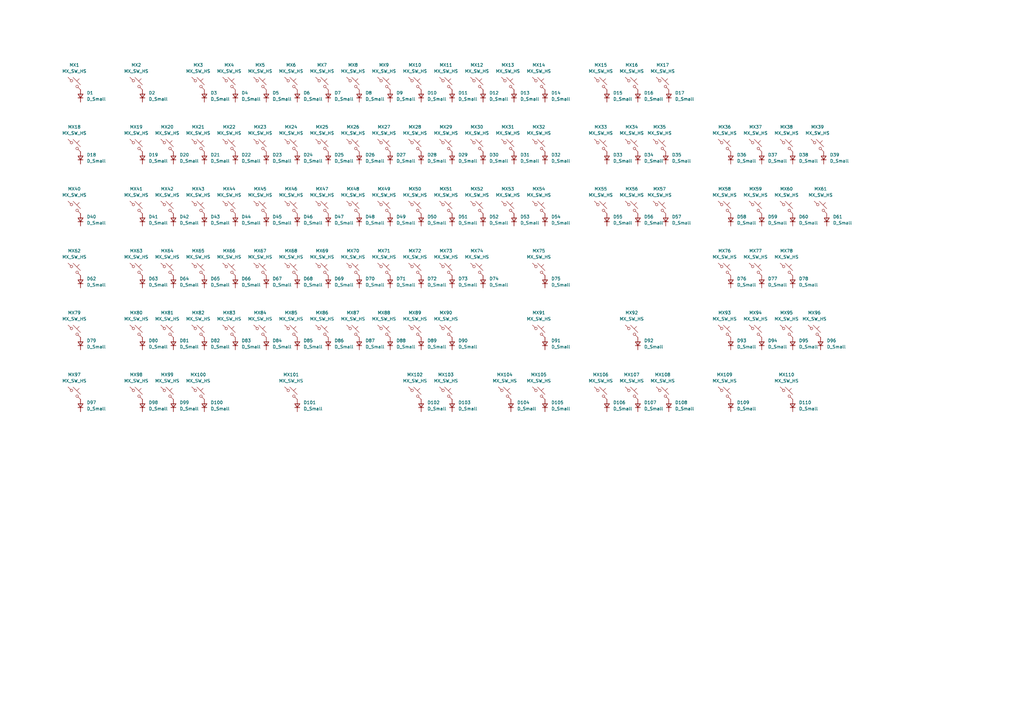
<source format=kicad_sch>
(kicad_sch (version 20231120) (generator "eeschema") (generator_version "8.0")
  (paper "A3")
  (symbol (lib_id "PCM_marbastlib-mx:MX_SW_HS_CPG151101S11") (at 297.18 59.69 0) (unit 1)
    (property "Reference" "MX36" (at 297.18 52.07 0))
    (property "Value" "MX_SW_HS" (at 297.18 54.61 0))
    (property "Footprint" "PCM_marbastlib-mx:SW_MX_HS_CPG151101S11_1u" (effects (hide yes)))
    (property "Description" "Push button switch, normally open, two pins, 45° tilted, Kailh CPG151101S11 for Cherry MX style switches" (effects (hide yes)))
  )
  (symbol (lib_id "PCM_marbastlib-mx:MX_SW_HS_CPG151101S11") (at 119.38 34.29 0) (unit 1)
    (property "Reference" "MX6" (at 119.38 26.67 0))
    (property "Value" "MX_SW_HS" (at 119.38 29.21 0))
    (property "Footprint" "PCM_marbastlib-mx:SW_MX_HS_CPG151101S11_1u" (effects (hide yes)))
    (property "Description" "Push button switch, normally open, two pins, 45° tilted, Kailh CPG151101S11 for Cherry MX style switches" (effects (hide yes)))
  )
  (symbol (lib_id "PCM_marbastlib-mx:MX_SW_HS_CPG151101S11") (at 81.28 110.49 0) (unit 1)
    (property "Reference" "MX65" (at 81.28 102.87 0))
    (property "Value" "MX_SW_HS" (at 81.28 105.41 0))
    (property "Footprint" "PCM_marbastlib-mx:SW_MX_HS_CPG151101S11_1u" (effects (hide yes)))
    (property "Description" "Push button switch, normally open, two pins, 45° tilted, Kailh CPG151101S11 for Cherry MX style switches" (effects (hide yes)))
  )
  (symbol (lib_id "Device:D_Small") (at 312.42 115.57 90) (unit 1)
    (property "Reference" "D77" (at 314.96 114.2999 90) (effects (justify right)))
    (property "Value" "D_Small" (at 314.96 116.8399 90) (effects (justify right)))
    (property "Footprint" "Diode_SMD:D_SOD-123" (effects (hide yes)))
    (property "Description" "Diode, small symbol" (effects (hide yes)))
    (property "Sim.Device" "D" (effects (hide yes)))
    (property "Sim.Pins" "1=K 2=A" (effects (hide yes)))
  )
  (symbol (lib_id "PCM_marbastlib-mx:MX_SW_HS_CPG151101S11") (at 119.38 135.89 0) (unit 1)
    (property "Reference" "MX85" (at 119.38 128.27 0))
    (property "Value" "MX_SW_HS" (at 119.38 130.81 0))
    (property "Footprint" "PCM_marbastlib-mx:SW_MX_HS_CPG151101S11_1u" (effects (hide yes)))
    (property "Description" "Push button switch, normally open, two pins, 45° tilted, Kailh CPG151101S11 for Cherry MX style switches" (effects (hide yes)))
  )
  (symbol (lib_id "Device:D_Small") (at 71.12 64.77 90) (unit 1)
    (property "Reference" "D20" (at 73.66 63.4999 90) (effects (justify right)))
    (property "Value" "D_Small" (at 73.66 66.0399 90) (effects (justify right)))
    (property "Footprint" "Diode_SMD:D_SOD-123" (effects (hide yes)))
    (property "Description" "Diode, small symbol" (effects (hide yes)))
    (property "Sim.Device" "D" (effects (hide yes)))
    (property "Sim.Pins" "1=K 2=A" (effects (hide yes)))
  )
  (symbol (lib_id "Device:D_Small") (at 134.62 115.57 90) (unit 1)
    (property "Reference" "D69" (at 137.16 114.2999 90) (effects (justify right)))
    (property "Value" "D_Small" (at 137.16 116.8399 90) (effects (justify right)))
    (property "Footprint" "Diode_SMD:D_SOD-123" (effects (hide yes)))
    (property "Description" "Diode, small symbol" (effects (hide yes)))
    (property "Sim.Device" "D" (effects (hide yes)))
    (property "Sim.Pins" "1=K 2=A" (effects (hide yes)))
  )
  (symbol (lib_id "Device:D_Small") (at 58.42 115.57 90) (unit 1)
    (property "Reference" "D63" (at 60.96 114.2999 90) (effects (justify right)))
    (property "Value" "D_Small" (at 60.96 116.8399 90) (effects (justify right)))
    (property "Footprint" "Diode_SMD:D_SOD-123" (effects (hide yes)))
    (property "Description" "Diode, small symbol" (effects (hide yes)))
    (property "Sim.Device" "D" (effects (hide yes)))
    (property "Sim.Pins" "1=K 2=A" (effects (hide yes)))
  )
  (symbol (lib_id "Device:D_Small") (at 58.42 166.37 90) (unit 1)
    (property "Reference" "D98" (at 60.96 165.0999 90) (effects (justify right)))
    (property "Value" "D_Small" (at 60.96 167.6399 90) (effects (justify right)))
    (property "Footprint" "Diode_SMD:D_SOD-123" (effects (hide yes)))
    (property "Description" "Diode, small symbol" (effects (hide yes)))
    (property "Sim.Device" "D" (effects (hide yes)))
    (property "Sim.Pins" "1=K 2=A" (effects (hide yes)))
  )
  (symbol (lib_id "PCM_marbastlib-mx:MX_SW_HS_CPG151101S11") (at 144.78 59.69 0) (unit 1)
    (property "Reference" "MX26" (at 144.78 52.07 0))
    (property "Value" "MX_SW_HS" (at 144.78 54.61 0))
    (property "Footprint" "PCM_marbastlib-mx:SW_MX_HS_CPG151101S11_1u" (effects (hide yes)))
    (property "Description" "Push button switch, normally open, two pins, 45° tilted, Kailh CPG151101S11 for Cherry MX style switches" (effects (hide yes)))
  )
  (symbol (lib_id "PCM_marbastlib-mx:MX_SW_HS_CPG151101S11") (at 195.58 34.29 0) (unit 1)
    (property "Reference" "MX12" (at 195.58 26.67 0))
    (property "Value" "MX_SW_HS" (at 195.58 29.21 0))
    (property "Footprint" "PCM_marbastlib-mx:SW_MX_HS_CPG151101S11_1u" (effects (hide yes)))
    (property "Description" "Push button switch, normally open, two pins, 45° tilted, Kailh CPG151101S11 for Cherry MX style switches" (effects (hide yes)))
  )
  (symbol (lib_id "PCM_marbastlib-mx:MX_SW_HS_CPG151101S11") (at 170.18 161.29 0) (unit 1)
    (property "Reference" "MX102" (at 170.18 153.67 0))
    (property "Value" "MX_SW_HS" (at 170.18 156.21 0))
    (property "Footprint" "PCM_marbastlib-mx:SW_MX_HS_CPG151101S11_1u" (effects (hide yes)))
    (property "Description" "Push button switch, normally open, two pins, 45° tilted, Kailh CPG151101S11 for Cherry MX style switches" (effects (hide yes)))
  )
  (symbol (lib_id "Device:D_Small") (at 134.62 64.77 90) (unit 1)
    (property "Reference" "D25" (at 137.16 63.4999 90) (effects (justify right)))
    (property "Value" "D_Small" (at 137.16 66.0399 90) (effects (justify right)))
    (property "Footprint" "Diode_SMD:D_SOD-123" (effects (hide yes)))
    (property "Description" "Diode, small symbol" (effects (hide yes)))
    (property "Sim.Device" "D" (effects (hide yes)))
    (property "Sim.Pins" "1=K 2=A" (effects (hide yes)))
  )
  (symbol (lib_id "Device:D_Small") (at 261.62 39.37 90) (unit 1)
    (property "Reference" "D16" (at 264.16 38.0999 90) (effects (justify right)))
    (property "Value" "D_Small" (at 264.16 40.6399 90) (effects (justify right)))
    (property "Footprint" "Diode_SMD:D_SOD-123" (effects (hide yes)))
    (property "Description" "Diode, small symbol" (effects (hide yes)))
    (property "Sim.Device" "D" (effects (hide yes)))
    (property "Sim.Pins" "1=K 2=A" (effects (hide yes)))
  )
  (symbol (lib_id "Device:D_Small") (at 223.52 115.57 90) (unit 1)
    (property "Reference" "D75" (at 226.06 114.2999 90) (effects (justify right)))
    (property "Value" "D_Small" (at 226.06 116.8399 90) (effects (justify right)))
    (property "Footprint" "Diode_SMD:D_SOD-123" (effects (hide yes)))
    (property "Description" "Diode, small symbol" (effects (hide yes)))
    (property "Sim.Device" "D" (effects (hide yes)))
    (property "Sim.Pins" "1=K 2=A" (effects (hide yes)))
  )
  (symbol (lib_id "PCM_marbastlib-mx:MX_SW_HS_CPG151101S11") (at 309.88 110.49 0) (unit 1)
    (property "Reference" "MX77" (at 309.88 102.87 0))
    (property "Value" "MX_SW_HS" (at 309.88 105.41 0))
    (property "Footprint" "PCM_marbastlib-mx:SW_MX_HS_CPG151101S11_1u" (effects (hide yes)))
    (property "Description" "Push button switch, normally open, two pins, 45° tilted, Kailh CPG151101S11 for Cherry MX style switches" (effects (hide yes)))
  )
  (symbol (lib_id "Device:D_Small") (at 96.52 39.37 90) (unit 1)
    (property "Reference" "D4" (at 99.06 38.0999 90) (effects (justify right)))
    (property "Value" "D_Small" (at 99.06 40.6399 90) (effects (justify right)))
    (property "Footprint" "Diode_SMD:D_SOD-123" (effects (hide yes)))
    (property "Description" "Diode, small symbol" (effects (hide yes)))
    (property "Sim.Device" "D" (effects (hide yes)))
    (property "Sim.Pins" "1=K 2=A" (effects (hide yes)))
  )
  (symbol (lib_id "PCM_marbastlib-mx:MX_SW_HS_CPG151101S11") (at 68.58 161.29 0) (unit 1)
    (property "Reference" "MX99" (at 68.58 153.67 0))
    (property "Value" "MX_SW_HS" (at 68.58 156.21 0))
    (property "Footprint" "PCM_marbastlib-mx:SW_MX_HS_CPG151101S11_1u" (effects (hide yes)))
    (property "Description" "Push button switch, normally open, two pins, 45° tilted, Kailh CPG151101S11 for Cherry MX style switches" (effects (hide yes)))
  )
  (symbol (lib_id "Device:D_Small") (at 223.52 166.37 90) (unit 1)
    (property "Reference" "D105" (at 226.06 165.0999 90) (effects (justify right)))
    (property "Value" "D_Small" (at 226.06 167.6399 90) (effects (justify right)))
    (property "Footprint" "Diode_SMD:D_SOD-123" (effects (hide yes)))
    (property "Description" "Diode, small symbol" (effects (hide yes)))
    (property "Sim.Device" "D" (effects (hide yes)))
    (property "Sim.Pins" "1=K 2=A" (effects (hide yes)))
  )
  (symbol (lib_id "PCM_marbastlib-mx:MX_SW_HS_CPG151101S11") (at 270.51 85.09 0) (unit 1)
    (property "Reference" "MX57" (at 270.51 77.47 0))
    (property "Value" "MX_SW_HS" (at 270.51 80.01 0))
    (property "Footprint" "PCM_marbastlib-mx:SW_MX_HS_CPG151101S11_1u" (effects (hide yes)))
    (property "Description" "Push button switch, normally open, two pins, 45° tilted, Kailh CPG151101S11 for Cherry MX style switches" (effects (hide yes)))
  )
  (symbol (lib_id "PCM_marbastlib-mx:MX_SW_HS_CPG151101S11") (at 132.08 110.49 0) (unit 1)
    (property "Reference" "MX69" (at 132.08 102.87 0))
    (property "Value" "MX_SW_HS" (at 132.08 105.41 0))
    (property "Footprint" "PCM_marbastlib-mx:SW_MX_HS_CPG151101S11_1u" (effects (hide yes)))
    (property "Description" "Push button switch, normally open, two pins, 45° tilted, Kailh CPG151101S11 for Cherry MX style switches" (effects (hide yes)))
  )
  (symbol (lib_id "PCM_marbastlib-mx:MX_SW_HS_CPG151101S11") (at 157.48 135.89 0) (unit 1)
    (property "Reference" "MX88" (at 157.48 128.27 0))
    (property "Value" "MX_SW_HS" (at 157.48 130.81 0))
    (property "Footprint" "PCM_marbastlib-mx:SW_MX_HS_CPG151101S11_1u" (effects (hide yes)))
    (property "Description" "Push button switch, normally open, two pins, 45° tilted, Kailh CPG151101S11 for Cherry MX style switches" (effects (hide yes)))
  )
  (symbol (lib_id "PCM_marbastlib-mx:MX_SW_HS_CPG151101S11") (at 68.58 59.69 0) (unit 1)
    (property "Reference" "MX20" (at 68.58 52.07 0))
    (property "Value" "MX_SW_HS" (at 68.58 54.61 0))
    (property "Footprint" "PCM_marbastlib-mx:SW_MX_HS_CPG151101S11_1u" (effects (hide yes)))
    (property "Description" "Push button switch, normally open, two pins, 45° tilted, Kailh CPG151101S11 for Cherry MX style switches" (effects (hide yes)))
  )
  (symbol (lib_id "PCM_marbastlib-mx:MX_SW_HS_CPG151101S11") (at 106.68 110.49 0) (unit 1)
    (property "Reference" "MX67" (at 106.68 102.87 0))
    (property "Value" "MX_SW_HS" (at 106.68 105.41 0))
    (property "Footprint" "PCM_marbastlib-mx:SW_MX_HS_CPG151101S11_1u" (effects (hide yes)))
    (property "Description" "Push button switch, normally open, two pins, 45° tilted, Kailh CPG151101S11 for Cherry MX style switches" (effects (hide yes)))
  )
  (symbol (lib_id "Device:D_Small") (at 109.22 90.17 90) (unit 1)
    (property "Reference" "D45" (at 111.76 88.8999 90) (effects (justify right)))
    (property "Value" "D_Small" (at 111.76 91.4399 90) (effects (justify right)))
    (property "Footprint" "Diode_SMD:D_SOD-123" (effects (hide yes)))
    (property "Description" "Diode, small symbol" (effects (hide yes)))
    (property "Sim.Device" "D" (effects (hide yes)))
    (property "Sim.Pins" "1=K 2=A" (effects (hide yes)))
  )
  (symbol (lib_id "Device:D_Small") (at 325.12 115.57 90) (unit 1)
    (property "Reference" "D78" (at 327.66 114.2999 90) (effects (justify right)))
    (property "Value" "D_Small" (at 327.66 116.8399 90) (effects (justify right)))
    (property "Footprint" "Diode_SMD:D_SOD-123" (effects (hide yes)))
    (property "Description" "Diode, small symbol" (effects (hide yes)))
    (property "Sim.Device" "D" (effects (hide yes)))
    (property "Sim.Pins" "1=K 2=A" (effects (hide yes)))
  )
  (symbol (lib_id "Device:D_Small") (at 185.42 64.77 90) (unit 1)
    (property "Reference" "D29" (at 187.96 63.4999 90) (effects (justify right)))
    (property "Value" "D_Small" (at 187.96 66.0399 90) (effects (justify right)))
    (property "Footprint" "Diode_SMD:D_SOD-123" (effects (hide yes)))
    (property "Description" "Diode, small symbol" (effects (hide yes)))
    (property "Sim.Device" "D" (effects (hide yes)))
    (property "Sim.Pins" "1=K 2=A" (effects (hide yes)))
  )
  (symbol (lib_id "Device:D_Small") (at 160.02 115.57 90) (unit 1)
    (property "Reference" "D71" (at 162.56 114.2999 90) (effects (justify right)))
    (property "Value" "D_Small" (at 162.56 116.8399 90) (effects (justify right)))
    (property "Footprint" "Diode_SMD:D_SOD-123" (effects (hide yes)))
    (property "Description" "Diode, small symbol" (effects (hide yes)))
    (property "Sim.Device" "D" (effects (hide yes)))
    (property "Sim.Pins" "1=K 2=A" (effects (hide yes)))
  )
  (symbol (lib_id "PCM_marbastlib-mx:MX_SW_HS_CPG151101S11") (at 93.98 135.89 0) (unit 1)
    (property "Reference" "MX83" (at 93.98 128.27 0))
    (property "Value" "MX_SW_HS" (at 93.98 130.81 0))
    (property "Footprint" "PCM_marbastlib-mx:SW_MX_HS_CPG151101S11_1u" (effects (hide yes)))
    (property "Description" "Push button switch, normally open, two pins, 45° tilted, Kailh CPG151101S11 for Cherry MX style switches" (effects (hide yes)))
  )
  (symbol (lib_id "PCM_marbastlib-mx:MX_SW_HS_CPG151101S11") (at 157.48 34.29 0) (unit 1)
    (property "Reference" "MX9" (at 157.48 26.67 0))
    (property "Value" "MX_SW_HS" (at 157.48 29.21 0))
    (property "Footprint" "PCM_marbastlib-mx:SW_MX_HS_CPG151101S11_1u" (effects (hide yes)))
    (property "Description" "Push button switch, normally open, two pins, 45° tilted, Kailh CPG151101S11 for Cherry MX style switches" (effects (hide yes)))
  )
  (symbol (lib_id "Device:D_Small") (at 160.02 64.77 90) (unit 1)
    (property "Reference" "D27" (at 162.56 63.4999 90) (effects (justify right)))
    (property "Value" "D_Small" (at 162.56 66.0399 90) (effects (justify right)))
    (property "Footprint" "Diode_SMD:D_SOD-123" (effects (hide yes)))
    (property "Description" "Diode, small symbol" (effects (hide yes)))
    (property "Sim.Device" "D" (effects (hide yes)))
    (property "Sim.Pins" "1=K 2=A" (effects (hide yes)))
  )
  (symbol (lib_id "PCM_marbastlib-mx:MX_SW_HS_CPG151101S11") (at 208.28 59.69 0) (unit 1)
    (property "Reference" "MX31" (at 208.28 52.07 0))
    (property "Value" "MX_SW_HS" (at 208.28 54.61 0))
    (property "Footprint" "PCM_marbastlib-mx:SW_MX_HS_CPG151101S11_1u" (effects (hide yes)))
    (property "Description" "Push button switch, normally open, two pins, 45° tilted, Kailh CPG151101S11 for Cherry MX style switches" (effects (hide yes)))
  )
  (symbol (lib_id "PCM_marbastlib-mx:MX_SW_HS_CPG151101S11") (at 30.48 161.29 0) (unit 1)
    (property "Reference" "MX97" (at 30.48 153.67 0))
    (property "Value" "MX_SW_HS" (at 30.48 156.21 0))
    (property "Footprint" "PCM_marbastlib-mx:SW_MX_HS_CPG151101S11_1u" (effects (hide yes)))
    (property "Description" "Push button switch, normally open, two pins, 45° tilted, Kailh CPG151101S11 for Cherry MX style switches" (effects (hide yes)))
  )
  (symbol (lib_id "Device:D_Small") (at 83.82 64.77 90) (unit 1)
    (property "Reference" "D21" (at 86.36 63.4999 90) (effects (justify right)))
    (property "Value" "D_Small" (at 86.36 66.0399 90) (effects (justify right)))
    (property "Footprint" "Diode_SMD:D_SOD-123" (effects (hide yes)))
    (property "Description" "Diode, small symbol" (effects (hide yes)))
    (property "Sim.Device" "D" (effects (hide yes)))
    (property "Sim.Pins" "1=K 2=A" (effects (hide yes)))
  )
  (symbol (lib_id "PCM_marbastlib-mx:MX_SW_HS_CPG151101S11") (at 259.08 59.69 0) (unit 1)
    (property "Reference" "MX34" (at 259.08 52.07 0))
    (property "Value" "MX_SW_HS" (at 259.08 54.61 0))
    (property "Footprint" "PCM_marbastlib-mx:SW_MX_HS_CPG151101S11_1u" (effects (hide yes)))
    (property "Description" "Push button switch, normally open, two pins, 45° tilted, Kailh CPG151101S11 for Cherry MX style switches" (effects (hide yes)))
  )
  (symbol (lib_id "Device:D_Small") (at 121.92 64.77 90) (unit 1)
    (property "Reference" "D24" (at 124.46 63.4999 90) (effects (justify right)))
    (property "Value" "D_Small" (at 124.46 66.0399 90) (effects (justify right)))
    (property "Footprint" "Diode_SMD:D_SOD-123" (effects (hide yes)))
    (property "Description" "Diode, small symbol" (effects (hide yes)))
    (property "Sim.Device" "D" (effects (hide yes)))
    (property "Sim.Pins" "1=K 2=A" (effects (hide yes)))
  )
  (symbol (lib_id "Device:D_Small") (at 274.32 39.37 90) (unit 1)
    (property "Reference" "D17" (at 276.86 38.0999 90) (effects (justify right)))
    (property "Value" "D_Small" (at 276.86 40.6399 90) (effects (justify right)))
    (property "Footprint" "Diode_SMD:D_SOD-123" (effects (hide yes)))
    (property "Description" "Diode, small symbol" (effects (hide yes)))
    (property "Sim.Device" "D" (effects (hide yes)))
    (property "Sim.Pins" "1=K 2=A" (effects (hide yes)))
  )
  (symbol (lib_id "Device:D_Small") (at 223.52 64.77 90) (unit 1)
    (property "Reference" "D32" (at 226.06 63.4999 90) (effects (justify right)))
    (property "Value" "D_Small" (at 226.06 66.0399 90) (effects (justify right)))
    (property "Footprint" "Diode_SMD:D_SOD-123" (effects (hide yes)))
    (property "Description" "Diode, small symbol" (effects (hide yes)))
    (property "Sim.Device" "D" (effects (hide yes)))
    (property "Sim.Pins" "1=K 2=A" (effects (hide yes)))
  )
  (symbol (lib_id "Device:D_Small") (at 83.82 39.37 90) (unit 1)
    (property "Reference" "D3" (at 86.36 38.0999 90) (effects (justify right)))
    (property "Value" "D_Small" (at 86.36 40.6399 90) (effects (justify right)))
    (property "Footprint" "Diode_SMD:D_SOD-123" (effects (hide yes)))
    (property "Description" "Diode, small symbol" (effects (hide yes)))
    (property "Sim.Device" "D" (effects (hide yes)))
    (property "Sim.Pins" "1=K 2=A" (effects (hide yes)))
  )
  (symbol (lib_id "PCM_marbastlib-mx:MX_SW_HS_CPG151101S11") (at 220.98 110.49 0) (unit 1)
    (property "Reference" "MX75" (at 220.98 102.87 0))
    (property "Value" "MX_SW_HS" (at 220.98 105.41 0))
    (property "Footprint" "PCM_marbastlib-mx:SW_MX_HS_CPG151101S11_1u" (effects (hide yes)))
    (property "Description" "Push button switch, normally open, two pins, 45° tilted, Kailh CPG151101S11 for Cherry MX style switches" (effects (hide yes)))
  )
  (symbol (lib_id "Device:D_Small") (at 33.02 166.37 90) (unit 1)
    (property "Reference" "D97" (at 35.56 165.0999 90) (effects (justify right)))
    (property "Value" "D_Small" (at 35.56 167.6399 90) (effects (justify right)))
    (property "Footprint" "Diode_SMD:D_SOD-123" (effects (hide yes)))
    (property "Description" "Diode, small symbol" (effects (hide yes)))
    (property "Sim.Device" "D" (effects (hide yes)))
    (property "Sim.Pins" "1=K 2=A" (effects (hide yes)))
  )
  (symbol (lib_id "Device:D_Small") (at 33.02 115.57 90) (unit 1)
    (property "Reference" "D62" (at 35.56 114.2999 90) (effects (justify right)))
    (property "Value" "D_Small" (at 35.56 116.8399 90) (effects (justify right)))
    (property "Footprint" "Diode_SMD:D_SOD-123" (effects (hide yes)))
    (property "Description" "Diode, small symbol" (effects (hide yes)))
    (property "Sim.Device" "D" (effects (hide yes)))
    (property "Sim.Pins" "1=K 2=A" (effects (hide yes)))
  )
  (symbol (lib_id "PCM_marbastlib-mx:MX_SW_HS_CPG151101S11") (at 30.48 34.29 0) (unit 1)
    (property "Reference" "MX1" (at 30.48 26.67 0))
    (property "Value" "MX_SW_HS" (at 30.48 29.21 0))
    (property "Footprint" "PCM_marbastlib-mx:SW_MX_HS_CPG151101S11_1u" (effects (hide yes)))
    (property "Description" "Push button switch, normally open, two pins, 45° tilted, Kailh CPG151101S11 for Cherry MX style switches" (effects (hide yes)))
  )
  (symbol (lib_id "PCM_marbastlib-mx:MX_SW_HS_CPG151101S11") (at 259.08 135.89 0) (unit 1)
    (property "Reference" "MX92" (at 259.08 128.27 0))
    (property "Value" "MX_SW_HS" (at 259.08 130.81 0))
    (property "Footprint" "PCM_marbastlib-mx:SW_MX_HS_CPG151101S11_1u" (effects (hide yes)))
    (property "Description" "Push button switch, normally open, two pins, 45° tilted, Kailh CPG151101S11 for Cherry MX style switches" (effects (hide yes)))
  )
  (symbol (lib_id "PCM_marbastlib-mx:MX_SW_HS_CPG151101S11") (at 271.78 34.29 0) (unit 1)
    (property "Reference" "MX17" (at 271.78 26.67 0))
    (property "Value" "MX_SW_HS" (at 271.78 29.21 0))
    (property "Footprint" "PCM_marbastlib-mx:SW_MX_HS_CPG151101S11_1u" (effects (hide yes)))
    (property "Description" "Push button switch, normally open, two pins, 45° tilted, Kailh CPG151101S11 for Cherry MX style switches" (effects (hide yes)))
  )
  (symbol (lib_id "Device:D_Small") (at 261.62 140.97 90) (unit 1)
    (property "Reference" "D92" (at 264.16 139.6999 90) (effects (justify right)))
    (property "Value" "D_Small" (at 264.16 142.2399 90) (effects (justify right)))
    (property "Footprint" "Diode_SMD:D_SOD-123" (effects (hide yes)))
    (property "Description" "Diode, small symbol" (effects (hide yes)))
    (property "Sim.Device" "D" (effects (hide yes)))
    (property "Sim.Pins" "1=K 2=A" (effects (hide yes)))
  )
  (symbol (lib_id "Device:D_Small") (at 185.42 115.57 90) (unit 1)
    (property "Reference" "D73" (at 187.96 114.2999 90) (effects (justify right)))
    (property "Value" "D_Small" (at 187.96 116.8399 90) (effects (justify right)))
    (property "Footprint" "Diode_SMD:D_SOD-123" (effects (hide yes)))
    (property "Description" "Diode, small symbol" (effects (hide yes)))
    (property "Sim.Device" "D" (effects (hide yes)))
    (property "Sim.Pins" "1=K 2=A" (effects (hide yes)))
  )
  (symbol (lib_id "Device:D_Small") (at 185.42 39.37 90) (unit 1)
    (property "Reference" "D11" (at 187.96 38.0999 90) (effects (justify right)))
    (property "Value" "D_Small" (at 187.96 40.6399 90) (effects (justify right)))
    (property "Footprint" "Diode_SMD:D_SOD-123" (effects (hide yes)))
    (property "Description" "Diode, small symbol" (effects (hide yes)))
    (property "Sim.Device" "D" (effects (hide yes)))
    (property "Sim.Pins" "1=K 2=A" (effects (hide yes)))
  )
  (symbol (lib_id "PCM_marbastlib-mx:MX_SW_HS_CPG151101S11") (at 170.18 59.69 0) (unit 1)
    (property "Reference" "MX28" (at 170.18 52.07 0))
    (property "Value" "MX_SW_HS" (at 170.18 54.61 0))
    (property "Footprint" "PCM_marbastlib-mx:SW_MX_HS_CPG151101S11_1u" (effects (hide yes)))
    (property "Description" "Push button switch, normally open, two pins, 45° tilted, Kailh CPG151101S11 for Cherry MX style switches" (effects (hide yes)))
  )
  (symbol (lib_id "Device:D_Small") (at 109.22 115.57 90) (unit 1)
    (property "Reference" "D67" (at 111.76 114.2999 90) (effects (justify right)))
    (property "Value" "D_Small" (at 111.76 116.8399 90) (effects (justify right)))
    (property "Footprint" "Diode_SMD:D_SOD-123" (effects (hide yes)))
    (property "Description" "Diode, small symbol" (effects (hide yes)))
    (property "Sim.Device" "D" (effects (hide yes)))
    (property "Sim.Pins" "1=K 2=A" (effects (hide yes)))
  )
  (symbol (lib_id "PCM_marbastlib-mx:MX_SW_HS_CPG151101S11") (at 336.55 85.09 0) (unit 1)
    (property "Reference" "MX61" (at 336.55 77.47 0))
    (property "Value" "MX_SW_HS" (at 336.55 80.01 0))
    (property "Footprint" "PCM_marbastlib-mx:SW_MX_HS_CPG151101S11_1u" (effects (hide yes)))
    (property "Description" "Push button switch, normally open, two pins, 45° tilted, Kailh CPG151101S11 for Cherry MX style switches" (effects (hide yes)))
  )
  (symbol (lib_id "Device:D_Small") (at 185.42 166.37 90) (unit 1)
    (property "Reference" "D103" (at 187.96 165.0999 90) (effects (justify right)))
    (property "Value" "D_Small" (at 187.96 167.6399 90) (effects (justify right)))
    (property "Footprint" "Diode_SMD:D_SOD-123" (effects (hide yes)))
    (property "Description" "Diode, small symbol" (effects (hide yes)))
    (property "Sim.Device" "D" (effects (hide yes)))
    (property "Sim.Pins" "1=K 2=A" (effects (hide yes)))
  )
  (symbol (lib_id "PCM_marbastlib-mx:MX_SW_HS_CPG151101S11") (at 157.48 110.49 0) (unit 1)
    (property "Reference" "MX71" (at 157.48 102.87 0))
    (property "Value" "MX_SW_HS" (at 157.48 105.41 0))
    (property "Footprint" "PCM_marbastlib-mx:SW_MX_HS_CPG151101S11_1u" (effects (hide yes)))
    (property "Description" "Push button switch, normally open, two pins, 45° tilted, Kailh CPG151101S11 for Cherry MX style switches" (effects (hide yes)))
  )
  (symbol (lib_id "Device:D_Small") (at 248.92 90.17 90) (unit 1)
    (property "Reference" "D55" (at 251.46 88.8999 90) (effects (justify right)))
    (property "Value" "D_Small" (at 251.46 91.4399 90) (effects (justify right)))
    (property "Footprint" "Diode_SMD:D_SOD-123" (effects (hide yes)))
    (property "Description" "Diode, small symbol" (effects (hide yes)))
    (property "Sim.Device" "D" (effects (hide yes)))
    (property "Sim.Pins" "1=K 2=A" (effects (hide yes)))
  )
  (symbol (lib_id "Device:D_Small") (at 248.92 64.77 90) (unit 1)
    (property "Reference" "D33" (at 251.46 63.4999 90) (effects (justify right)))
    (property "Value" "D_Small" (at 251.46 66.0399 90) (effects (justify right)))
    (property "Footprint" "Diode_SMD:D_SOD-123" (effects (hide yes)))
    (property "Description" "Diode, small symbol" (effects (hide yes)))
    (property "Sim.Device" "D" (effects (hide yes)))
    (property "Sim.Pins" "1=K 2=A" (effects (hide yes)))
  )
  (symbol (lib_id "PCM_marbastlib-mx:MX_SW_HS_CPG151101S11") (at 270.51 59.69 0) (unit 1)
    (property "Reference" "MX35" (at 270.51 52.07 0))
    (property "Value" "MX_SW_HS" (at 270.51 54.61 0))
    (property "Footprint" "PCM_marbastlib-mx:SW_MX_HS_CPG151101S11_1u" (effects (hide yes)))
    (property "Description" "Push button switch, normally open, two pins, 45° tilted, Kailh CPG151101S11 for Cherry MX style switches" (effects (hide yes)))
  )
  (symbol (lib_id "PCM_marbastlib-mx:MX_SW_HS_CPG151101S11") (at 119.38 59.69 0) (unit 1)
    (property "Reference" "MX24" (at 119.38 52.07 0))
    (property "Value" "MX_SW_HS" (at 119.38 54.61 0))
    (property "Footprint" "PCM_marbastlib-mx:SW_MX_HS_CPG151101S11_1u" (effects (hide yes)))
    (property "Description" "Push button switch, normally open, two pins, 45° tilted, Kailh CPG151101S11 for Cherry MX style switches" (effects (hide yes)))
  )
  (symbol (lib_id "PCM_marbastlib-mx:MX_SW_HS_CPG151101S11") (at 182.88 161.29 0) (unit 1)
    (property "Reference" "MX103" (at 182.88 153.67 0))
    (property "Value" "MX_SW_HS" (at 182.88 156.21 0))
    (property "Footprint" "PCM_marbastlib-mx:SW_MX_HS_CPG151101S11_1u" (effects (hide yes)))
    (property "Description" "Push button switch, normally open, two pins, 45° tilted, Kailh CPG151101S11 for Cherry MX style switches" (effects (hide yes)))
  )
  (symbol (lib_id "PCM_marbastlib-mx:MX_SW_HS_CPG151101S11") (at 207.01 161.29 0) (unit 1)
    (property "Reference" "MX104" (at 207.01 153.67 0))
    (property "Value" "MX_SW_HS" (at 207.01 156.21 0))
    (property "Footprint" "PCM_marbastlib-mx:SW_MX_HS_CPG151101S11_1u" (effects (hide yes)))
    (property "Description" "Push button switch, normally open, two pins, 45° tilted, Kailh CPG151101S11 for Cherry MX style switches" (effects (hide yes)))
  )
  (symbol (lib_id "Device:D_Small") (at 96.52 140.97 90) (unit 1)
    (property "Reference" "D83" (at 99.06 139.6999 90) (effects (justify right)))
    (property "Value" "D_Small" (at 99.06 142.2399 90) (effects (justify right)))
    (property "Footprint" "Diode_SMD:D_SOD-123" (effects (hide yes)))
    (property "Description" "Diode, small symbol" (effects (hide yes)))
    (property "Sim.Device" "D" (effects (hide yes)))
    (property "Sim.Pins" "1=K 2=A" (effects (hide yes)))
  )
  (symbol (lib_id "PCM_marbastlib-mx:MX_SW_HS_CPG151101S11") (at 322.58 85.09 0) (unit 1)
    (property "Reference" "MX60" (at 322.58 77.47 0))
    (property "Value" "MX_SW_HS" (at 322.58 80.01 0))
    (property "Footprint" "PCM_marbastlib-mx:SW_MX_HS_CPG151101S11_1u" (effects (hide yes)))
    (property "Description" "Push button switch, normally open, two pins, 45° tilted, Kailh CPG151101S11 for Cherry MX style switches" (effects (hide yes)))
  )
  (symbol (lib_id "Device:D_Small") (at 299.72 90.17 90) (unit 1)
    (property "Reference" "D58" (at 302.26 88.8999 90) (effects (justify right)))
    (property "Value" "D_Small" (at 302.26 91.4399 90) (effects (justify right)))
    (property "Footprint" "Diode_SMD:D_SOD-123" (effects (hide yes)))
    (property "Description" "Diode, small symbol" (effects (hide yes)))
    (property "Sim.Device" "D" (effects (hide yes)))
    (property "Sim.Pins" "1=K 2=A" (effects (hide yes)))
  )
  (symbol (lib_id "Device:D_Small") (at 325.12 140.97 90) (unit 1)
    (property "Reference" "D95" (at 327.66 139.6999 90) (effects (justify right)))
    (property "Value" "D_Small" (at 327.66 142.2399 90) (effects (justify right)))
    (property "Footprint" "Diode_SMD:D_SOD-123" (effects (hide yes)))
    (property "Description" "Diode, small symbol" (effects (hide yes)))
    (property "Sim.Device" "D" (effects (hide yes)))
    (property "Sim.Pins" "1=K 2=A" (effects (hide yes)))
  )
  (symbol (lib_id "PCM_marbastlib-mx:MX_SW_HS_CPG151101S11") (at 297.18 161.29 0) (unit 1)
    (property "Reference" "MX109" (at 297.18 153.67 0))
    (property "Value" "MX_SW_HS" (at 297.18 156.21 0))
    (property "Footprint" "PCM_marbastlib-mx:SW_MX_HS_CPG151101S11_1u" (effects (hide yes)))
    (property "Description" "Push button switch, normally open, two pins, 45° tilted, Kailh CPG151101S11 for Cherry MX style switches" (effects (hide yes)))
  )
  (symbol (lib_id "Device:D_Small") (at 336.55 140.97 90) (unit 1)
    (property "Reference" "D96" (at 339.09 139.6999 90) (effects (justify right)))
    (property "Value" "D_Small" (at 339.09 142.2399 90) (effects (justify right)))
    (property "Footprint" "Diode_SMD:D_SOD-123" (effects (hide yes)))
    (property "Description" "Diode, small symbol" (effects (hide yes)))
    (property "Sim.Device" "D" (effects (hide yes)))
    (property "Sim.Pins" "1=K 2=A" (effects (hide yes)))
  )
  (symbol (lib_id "PCM_marbastlib-mx:MX_SW_HS_CPG151101S11") (at 30.48 135.89 0) (unit 1)
    (property "Reference" "MX79" (at 30.48 128.27 0))
    (property "Value" "MX_SW_HS" (at 30.48 130.81 0))
    (property "Footprint" "PCM_marbastlib-mx:SW_MX_HS_CPG151101S11_1u" (effects (hide yes)))
    (property "Description" "Push button switch, normally open, two pins, 45° tilted, Kailh CPG151101S11 for Cherry MX style switches" (effects (hide yes)))
  )
  (symbol (lib_id "Device:D_Small") (at 58.42 39.37 90) (unit 1)
    (property "Reference" "D2" (at 60.96 38.0999 90) (effects (justify right)))
    (property "Value" "D_Small" (at 60.96 40.6399 90) (effects (justify right)))
    (property "Footprint" "Diode_SMD:D_SOD-123" (effects (hide yes)))
    (property "Description" "Diode, small symbol" (effects (hide yes)))
    (property "Sim.Device" "D" (effects (hide yes)))
    (property "Sim.Pins" "1=K 2=A" (effects (hide yes)))
  )
  (symbol (lib_id "Device:D_Small") (at 134.62 90.17 90) (unit 1)
    (property "Reference" "D47" (at 137.16 88.8999 90) (effects (justify right)))
    (property "Value" "D_Small" (at 137.16 91.4399 90) (effects (justify right)))
    (property "Footprint" "Diode_SMD:D_SOD-123" (effects (hide yes)))
    (property "Description" "Diode, small symbol" (effects (hide yes)))
    (property "Sim.Device" "D" (effects (hide yes)))
    (property "Sim.Pins" "1=K 2=A" (effects (hide yes)))
  )
  (symbol (lib_id "Device:D_Small") (at 185.42 140.97 90) (unit 1)
    (property "Reference" "D90" (at 187.96 139.6999 90) (effects (justify right)))
    (property "Value" "D_Small" (at 187.96 142.2399 90) (effects (justify right)))
    (property "Footprint" "Diode_SMD:D_SOD-123" (effects (hide yes)))
    (property "Description" "Diode, small symbol" (effects (hide yes)))
    (property "Sim.Device" "D" (effects (hide yes)))
    (property "Sim.Pins" "1=K 2=A" (effects (hide yes)))
  )
  (symbol (lib_id "Device:D_Small") (at 147.32 115.57 90) (unit 1)
    (property "Reference" "D70" (at 149.86 114.2999 90) (effects (justify right)))
    (property "Value" "D_Small" (at 149.86 116.8399 90) (effects (justify right)))
    (property "Footprint" "Diode_SMD:D_SOD-123" (effects (hide yes)))
    (property "Description" "Diode, small symbol" (effects (hide yes)))
    (property "Sim.Device" "D" (effects (hide yes)))
    (property "Sim.Pins" "1=K 2=A" (effects (hide yes)))
  )
  (symbol (lib_id "Device:D_Small") (at 299.72 115.57 90) (unit 1)
    (property "Reference" "D76" (at 302.26 114.2999 90) (effects (justify right)))
    (property "Value" "D_Small" (at 302.26 116.8399 90) (effects (justify right)))
    (property "Footprint" "Diode_SMD:D_SOD-123" (effects (hide yes)))
    (property "Description" "Diode, small symbol" (effects (hide yes)))
    (property "Sim.Device" "D" (effects (hide yes)))
    (property "Sim.Pins" "1=K 2=A" (effects (hide yes)))
  )
  (symbol (lib_id "Device:D_Small") (at 121.92 140.97 90) (unit 1)
    (property "Reference" "D85" (at 124.46 139.6999 90) (effects (justify right)))
    (property "Value" "D_Small" (at 124.46 142.2399 90) (effects (justify right)))
    (property "Footprint" "Diode_SMD:D_SOD-123" (effects (hide yes)))
    (property "Description" "Diode, small symbol" (effects (hide yes)))
    (property "Sim.Device" "D" (effects (hide yes)))
    (property "Sim.Pins" "1=K 2=A" (effects (hide yes)))
  )
  (symbol (lib_id "PCM_marbastlib-mx:MX_SW_HS_CPG151101S11") (at 132.08 135.89 0) (unit 1)
    (property "Reference" "MX86" (at 132.08 128.27 0))
    (property "Value" "MX_SW_HS" (at 132.08 130.81 0))
    (property "Footprint" "PCM_marbastlib-mx:SW_MX_HS_CPG151101S11_1u" (effects (hide yes)))
    (property "Description" "Push button switch, normally open, two pins, 45° tilted, Kailh CPG151101S11 for Cherry MX style switches" (effects (hide yes)))
  )
  (symbol (lib_id "Device:D_Small") (at 134.62 39.37 90) (unit 1)
    (property "Reference" "D7" (at 137.16 38.0999 90) (effects (justify right)))
    (property "Value" "D_Small" (at 137.16 40.6399 90) (effects (justify right)))
    (property "Footprint" "Diode_SMD:D_SOD-123" (effects (hide yes)))
    (property "Description" "Diode, small symbol" (effects (hide yes)))
    (property "Sim.Device" "D" (effects (hide yes)))
    (property "Sim.Pins" "1=K 2=A" (effects (hide yes)))
  )
  (symbol (lib_id "PCM_marbastlib-mx:MX_SW_HS_CPG151101S11") (at 271.78 161.29 0) (unit 1)
    (property "Reference" "MX108" (at 271.78 153.67 0))
    (property "Value" "MX_SW_HS" (at 271.78 156.21 0))
    (property "Footprint" "PCM_marbastlib-mx:SW_MX_HS_CPG151101S11_1u" (effects (hide yes)))
    (property "Description" "Push button switch, normally open, two pins, 45° tilted, Kailh CPG151101S11 for Cherry MX style switches" (effects (hide yes)))
  )
  (symbol (lib_id "Device:D_Small") (at 83.82 115.57 90) (unit 1)
    (property "Reference" "D65" (at 86.36 114.2999 90) (effects (justify right)))
    (property "Value" "D_Small" (at 86.36 116.8399 90) (effects (justify right)))
    (property "Footprint" "Diode_SMD:D_SOD-123" (effects (hide yes)))
    (property "Description" "Diode, small symbol" (effects (hide yes)))
    (property "Sim.Device" "D" (effects (hide yes)))
    (property "Sim.Pins" "1=K 2=A" (effects (hide yes)))
  )
  (symbol (lib_id "Device:D_Small") (at 210.82 90.17 90) (unit 1)
    (property "Reference" "D53" (at 213.36 88.8999 90) (effects (justify right)))
    (property "Value" "D_Small" (at 213.36 91.4399 90) (effects (justify right)))
    (property "Footprint" "Diode_SMD:D_SOD-123" (effects (hide yes)))
    (property "Description" "Diode, small symbol" (effects (hide yes)))
    (property "Sim.Device" "D" (effects (hide yes)))
    (property "Sim.Pins" "1=K 2=A" (effects (hide yes)))
  )
  (symbol (lib_id "Device:D_Small") (at 172.72 39.37 90) (unit 1)
    (property "Reference" "D10" (at 175.26 38.0999 90) (effects (justify right)))
    (property "Value" "D_Small" (at 175.26 40.6399 90) (effects (justify right)))
    (property "Footprint" "Diode_SMD:D_SOD-123" (effects (hide yes)))
    (property "Description" "Diode, small symbol" (effects (hide yes)))
    (property "Sim.Device" "D" (effects (hide yes)))
    (property "Sim.Pins" "1=K 2=A" (effects (hide yes)))
  )
  (symbol (lib_id "Device:D_Small") (at 223.52 90.17 90) (unit 1)
    (property "Reference" "D54" (at 226.06 88.8999 90) (effects (justify right)))
    (property "Value" "D_Small" (at 226.06 91.4399 90) (effects (justify right)))
    (property "Footprint" "Diode_SMD:D_SOD-123" (effects (hide yes)))
    (property "Description" "Diode, small symbol" (effects (hide yes)))
    (property "Sim.Device" "D" (effects (hide yes)))
    (property "Sim.Pins" "1=K 2=A" (effects (hide yes)))
  )
  (symbol (lib_id "Device:D_Small") (at 71.12 115.57 90) (unit 1)
    (property "Reference" "D64" (at 73.66 114.2999 90) (effects (justify right)))
    (property "Value" "D_Small" (at 73.66 116.8399 90) (effects (justify right)))
    (property "Footprint" "Diode_SMD:D_SOD-123" (effects (hide yes)))
    (property "Description" "Diode, small symbol" (effects (hide yes)))
    (property "Sim.Device" "D" (effects (hide yes)))
    (property "Sim.Pins" "1=K 2=A" (effects (hide yes)))
  )
  (symbol (lib_id "PCM_marbastlib-mx:MX_SW_HS_CPG151101S11") (at 55.88 59.69 0) (unit 1)
    (property "Reference" "MX19" (at 55.88 52.07 0))
    (property "Value" "MX_SW_HS" (at 55.88 54.61 0))
    (property "Footprint" "PCM_marbastlib-mx:SW_MX_HS_CPG151101S11_1u" (effects (hide yes)))
    (property "Description" "Push button switch, normally open, two pins, 45° tilted, Kailh CPG151101S11 for Cherry MX style switches" (effects (hide yes)))
  )
  (symbol (lib_id "Device:D_Small") (at 172.72 115.57 90) (unit 1)
    (property "Reference" "D72" (at 175.26 114.2999 90) (effects (justify right)))
    (property "Value" "D_Small" (at 175.26 116.8399 90) (effects (justify right)))
    (property "Footprint" "Diode_SMD:D_SOD-123" (effects (hide yes)))
    (property "Description" "Diode, small symbol" (effects (hide yes)))
    (property "Sim.Device" "D" (effects (hide yes)))
    (property "Sim.Pins" "1=K 2=A" (effects (hide yes)))
  )
  (symbol (lib_id "Device:D_Small") (at 33.02 64.77 90) (unit 1)
    (property "Reference" "D18" (at 35.56 63.4999 90) (effects (justify right)))
    (property "Value" "D_Small" (at 35.56 66.0399 90) (effects (justify right)))
    (property "Footprint" "Diode_SMD:D_SOD-123" (effects (hide yes)))
    (property "Description" "Diode, small symbol" (effects (hide yes)))
    (property "Sim.Device" "D" (effects (hide yes)))
    (property "Sim.Pins" "1=K 2=A" (effects (hide yes)))
  )
  (symbol (lib_id "Device:D_Small") (at 58.42 64.77 90) (unit 1)
    (property "Reference" "D19" (at 60.96 63.4999 90) (effects (justify right)))
    (property "Value" "D_Small" (at 60.96 66.0399 90) (effects (justify right)))
    (property "Footprint" "Diode_SMD:D_SOD-123" (effects (hide yes)))
    (property "Description" "Diode, small symbol" (effects (hide yes)))
    (property "Sim.Device" "D" (effects (hide yes)))
    (property "Sim.Pins" "1=K 2=A" (effects (hide yes)))
  )
  (symbol (lib_id "PCM_marbastlib-mx:MX_SW_HS_CPG151101S11") (at 106.68 85.09 0) (unit 1)
    (property "Reference" "MX45" (at 106.68 77.47 0))
    (property "Value" "MX_SW_HS" (at 106.68 80.01 0))
    (property "Footprint" "PCM_marbastlib-mx:SW_MX_HS_CPG151101S11_1u" (effects (hide yes)))
    (property "Description" "Push button switch, normally open, two pins, 45° tilted, Kailh CPG151101S11 for Cherry MX style switches" (effects (hide yes)))
  )
  (symbol (lib_id "Device:D_Small") (at 185.42 90.17 90) (unit 1)
    (property "Reference" "D51" (at 187.96 88.8999 90) (effects (justify right)))
    (property "Value" "D_Small" (at 187.96 91.4399 90) (effects (justify right)))
    (property "Footprint" "Diode_SMD:D_SOD-123" (effects (hide yes)))
    (property "Description" "Diode, small symbol" (effects (hide yes)))
    (property "Sim.Device" "D" (effects (hide yes)))
    (property "Sim.Pins" "1=K 2=A" (effects (hide yes)))
  )
  (symbol (lib_id "Device:D_Small") (at 160.02 39.37 90) (unit 1)
    (property "Reference" "D9" (at 162.56 38.0999 90) (effects (justify right)))
    (property "Value" "D_Small" (at 162.56 40.6399 90) (effects (justify right)))
    (property "Footprint" "Diode_SMD:D_SOD-123" (effects (hide yes)))
    (property "Description" "Diode, small symbol" (effects (hide yes)))
    (property "Sim.Device" "D" (effects (hide yes)))
    (property "Sim.Pins" "1=K 2=A" (effects (hide yes)))
  )
  (symbol (lib_id "Device:D_Small") (at 147.32 140.97 90) (unit 1)
    (property "Reference" "D87" (at 149.86 139.6999 90) (effects (justify right)))
    (property "Value" "D_Small" (at 149.86 142.2399 90) (effects (justify right)))
    (property "Footprint" "Diode_SMD:D_SOD-123" (effects (hide yes)))
    (property "Description" "Diode, small symbol" (effects (hide yes)))
    (property "Sim.Device" "D" (effects (hide yes)))
    (property "Sim.Pins" "1=K 2=A" (effects (hide yes)))
  )
  (symbol (lib_id "PCM_marbastlib-mx:MX_SW_HS_CPG151101S11") (at 259.08 85.09 0) (unit 1)
    (property "Reference" "MX56" (at 259.08 77.47 0))
    (property "Value" "MX_SW_HS" (at 259.08 80.01 0))
    (property "Footprint" "PCM_marbastlib-mx:SW_MX_HS_CPG151101S11_1u" (effects (hide yes)))
    (property "Description" "Push button switch, normally open, two pins, 45° tilted, Kailh CPG151101S11 for Cherry MX style switches" (effects (hide yes)))
  )
  (symbol (lib_id "PCM_marbastlib-mx:MX_SW_HS_CPG151101S11") (at 93.98 59.69 0) (unit 1)
    (property "Reference" "MX22" (at 93.98 52.07 0))
    (property "Value" "MX_SW_HS" (at 93.98 54.61 0))
    (property "Footprint" "PCM_marbastlib-mx:SW_MX_HS_CPG151101S11_1u" (effects (hide yes)))
    (property "Description" "Push button switch, normally open, two pins, 45° tilted, Kailh CPG151101S11 for Cherry MX style switches" (effects (hide yes)))
  )
  (symbol (lib_id "PCM_marbastlib-mx:MX_SW_HS_CPG151101S11") (at 157.48 59.69 0) (unit 1)
    (property "Reference" "MX27" (at 157.48 52.07 0))
    (property "Value" "MX_SW_HS" (at 157.48 54.61 0))
    (property "Footprint" "PCM_marbastlib-mx:SW_MX_HS_CPG151101S11_1u" (effects (hide yes)))
    (property "Description" "Push button switch, normally open, two pins, 45° tilted, Kailh CPG151101S11 for Cherry MX style switches" (effects (hide yes)))
  )
  (symbol (lib_id "Device:D_Small") (at 210.82 64.77 90) (unit 1)
    (property "Reference" "D31" (at 213.36 63.4999 90) (effects (justify right)))
    (property "Value" "D_Small" (at 213.36 66.0399 90) (effects (justify right)))
    (property "Footprint" "Diode_SMD:D_SOD-123" (effects (hide yes)))
    (property "Description" "Diode, small symbol" (effects (hide yes)))
    (property "Sim.Device" "D" (effects (hide yes)))
    (property "Sim.Pins" "1=K 2=A" (effects (hide yes)))
  )
  (symbol (lib_id "PCM_marbastlib-mx:MX_SW_HS_CPG151101S11") (at 309.88 59.69 0) (unit 1)
    (property "Reference" "MX37" (at 309.88 52.07 0))
    (property "Value" "MX_SW_HS" (at 309.88 54.61 0))
    (property "Footprint" "PCM_marbastlib-mx:SW_MX_HS_CPG151101S11_1u" (effects (hide yes)))
    (property "Description" "Push button switch, normally open, two pins, 45° tilted, Kailh CPG151101S11 for Cherry MX style switches" (effects (hide yes)))
  )
  (symbol (lib_id "Device:D_Small") (at 325.12 90.17 90) (unit 1)
    (property "Reference" "D60" (at 327.66 88.8999 90) (effects (justify right)))
    (property "Value" "D_Small" (at 327.66 91.4399 90) (effects (justify right)))
    (property "Footprint" "Diode_SMD:D_SOD-123" (effects (hide yes)))
    (property "Description" "Diode, small symbol" (effects (hide yes)))
    (property "Sim.Device" "D" (effects (hide yes)))
    (property "Sim.Pins" "1=K 2=A" (effects (hide yes)))
  )
  (symbol (lib_id "Device:D_Small") (at 198.12 90.17 90) (unit 1)
    (property "Reference" "D52" (at 200.66 88.8999 90) (effects (justify right)))
    (property "Value" "D_Small" (at 200.66 91.4399 90) (effects (justify right)))
    (property "Footprint" "Diode_SMD:D_SOD-123" (effects (hide yes)))
    (property "Description" "Diode, small symbol" (effects (hide yes)))
    (property "Sim.Device" "D" (effects (hide yes)))
    (property "Sim.Pins" "1=K 2=A" (effects (hide yes)))
  )
  (symbol (lib_id "Device:D_Small") (at 160.02 140.97 90) (unit 1)
    (property "Reference" "D88" (at 162.56 139.6999 90) (effects (justify right)))
    (property "Value" "D_Small" (at 162.56 142.2399 90) (effects (justify right)))
    (property "Footprint" "Diode_SMD:D_SOD-123" (effects (hide yes)))
    (property "Description" "Diode, small symbol" (effects (hide yes)))
    (property "Sim.Device" "D" (effects (hide yes)))
    (property "Sim.Pins" "1=K 2=A" (effects (hide yes)))
  )
  (symbol (lib_id "PCM_marbastlib-mx:MX_SW_HS_CPG151101S11") (at 144.78 34.29 0) (unit 1)
    (property "Reference" "MX8" (at 144.78 26.67 0))
    (property "Value" "MX_SW_HS" (at 144.78 29.21 0))
    (property "Footprint" "PCM_marbastlib-mx:SW_MX_HS_CPG151101S11_1u" (effects (hide yes)))
    (property "Description" "Push button switch, normally open, two pins, 45° tilted, Kailh CPG151101S11 for Cherry MX style switches" (effects (hide yes)))
  )
  (symbol (lib_id "Device:D_Small") (at 172.72 90.17 90) (unit 1)
    (property "Reference" "D50" (at 175.26 88.8999 90) (effects (justify right)))
    (property "Value" "D_Small" (at 175.26 91.4399 90) (effects (justify right)))
    (property "Footprint" "Diode_SMD:D_SOD-123" (effects (hide yes)))
    (property "Description" "Diode, small symbol" (effects (hide yes)))
    (property "Sim.Device" "D" (effects (hide yes)))
    (property "Sim.Pins" "1=K 2=A" (effects (hide yes)))
  )
  (symbol (lib_id "PCM_marbastlib-mx:MX_SW_HS_CPG151101S11") (at 170.18 34.29 0) (unit 1)
    (property "Reference" "MX10" (at 170.18 26.67 0))
    (property "Value" "MX_SW_HS" (at 170.18 29.21 0))
    (property "Footprint" "PCM_marbastlib-mx:SW_MX_HS_CPG151101S11_1u" (effects (hide yes)))
    (property "Description" "Push button switch, normally open, two pins, 45° tilted, Kailh CPG151101S11 for Cherry MX style switches" (effects (hide yes)))
  )
  (symbol (lib_id "Device:D_Small") (at 71.12 140.97 90) (unit 1)
    (property "Reference" "D81" (at 73.66 139.6999 90) (effects (justify right)))
    (property "Value" "D_Small" (at 73.66 142.2399 90) (effects (justify right)))
    (property "Footprint" "Diode_SMD:D_SOD-123" (effects (hide yes)))
    (property "Description" "Diode, small symbol" (effects (hide yes)))
    (property "Sim.Device" "D" (effects (hide yes)))
    (property "Sim.Pins" "1=K 2=A" (effects (hide yes)))
  )
  (symbol (lib_id "PCM_marbastlib-mx:MX_SW_HS_CPG151101S11") (at 220.98 34.29 0) (unit 1)
    (property "Reference" "MX14" (at 220.98 26.67 0))
    (property "Value" "MX_SW_HS" (at 220.98 29.21 0))
    (property "Footprint" "PCM_marbastlib-mx:SW_MX_HS_CPG151101S11_1u" (effects (hide yes)))
    (property "Description" "Push button switch, normally open, two pins, 45° tilted, Kailh CPG151101S11 for Cherry MX style switches" (effects (hide yes)))
  )
  (symbol (lib_id "PCM_marbastlib-mx:MX_SW_HS_CPG151101S11") (at 297.18 135.89 0) (unit 1)
    (property "Reference" "MX93" (at 297.18 128.27 0))
    (property "Value" "MX_SW_HS" (at 297.18 130.81 0))
    (property "Footprint" "PCM_marbastlib-mx:SW_MX_HS_CPG151101S11_1u" (effects (hide yes)))
    (property "Description" "Push button switch, normally open, two pins, 45° tilted, Kailh CPG151101S11 for Cherry MX style switches" (effects (hide yes)))
  )
  (symbol (lib_id "PCM_marbastlib-mx:MX_SW_HS_CPG151101S11") (at 334.01 135.89 0) (unit 1)
    (property "Reference" "MX96" (at 334.01 128.27 0))
    (property "Value" "MX_SW_HS" (at 334.01 130.81 0))
    (property "Footprint" "PCM_marbastlib-mx:SW_MX_HS_CPG151101S11_1u" (effects (hide yes)))
    (property "Description" "Push button switch, normally open, two pins, 45° tilted, Kailh CPG151101S11 for Cherry MX style switches" (effects (hide yes)))
  )
  (symbol (lib_id "PCM_marbastlib-mx:MX_SW_HS_CPG151101S11") (at 182.88 110.49 0) (unit 1)
    (property "Reference" "MX73" (at 182.88 102.87 0))
    (property "Value" "MX_SW_HS" (at 182.88 105.41 0))
    (property "Footprint" "PCM_marbastlib-mx:SW_MX_HS_CPG151101S11_1u" (effects (hide yes)))
    (property "Description" "Push button switch, normally open, two pins, 45° tilted, Kailh CPG151101S11 for Cherry MX style switches" (effects (hide yes)))
  )
  (symbol (lib_id "PCM_marbastlib-mx:MX_SW_HS_CPG151101S11") (at 335.28 59.69 0) (unit 1)
    (property "Reference" "MX39" (at 335.28 52.07 0))
    (property "Value" "MX_SW_HS" (at 335.28 54.61 0))
    (property "Footprint" "PCM_marbastlib-mx:SW_MX_HS_CPG151101S11_1u" (effects (hide yes)))
    (property "Description" "Push button switch, normally open, two pins, 45° tilted, Kailh CPG151101S11 for Cherry MX style switches" (effects (hide yes)))
  )
  (symbol (lib_id "Device:D_Small") (at 325.12 166.37 90) (unit 1)
    (property "Reference" "D110" (at 327.66 165.0999 90) (effects (justify right)))
    (property "Value" "D_Small" (at 327.66 167.6399 90) (effects (justify right)))
    (property "Footprint" "Diode_SMD:D_SOD-123" (effects (hide yes)))
    (property "Description" "Diode, small symbol" (effects (hide yes)))
    (property "Sim.Device" "D" (effects (hide yes)))
    (property "Sim.Pins" "1=K 2=A" (effects (hide yes)))
  )
  (symbol (lib_id "Device:D_Small") (at 96.52 90.17 90) (unit 1)
    (property "Reference" "D44" (at 99.06 88.8999 90) (effects (justify right)))
    (property "Value" "D_Small" (at 99.06 91.4399 90) (effects (justify right)))
    (property "Footprint" "Diode_SMD:D_SOD-123" (effects (hide yes)))
    (property "Description" "Diode, small symbol" (effects (hide yes)))
    (property "Sim.Device" "D" (effects (hide yes)))
    (property "Sim.Pins" "1=K 2=A" (effects (hide yes)))
  )
  (symbol (lib_id "Device:D_Small") (at 223.52 39.37 90) (unit 1)
    (property "Reference" "D14" (at 226.06 38.0999 90) (effects (justify right)))
    (property "Value" "D_Small" (at 226.06 40.6399 90) (effects (justify right)))
    (property "Footprint" "Diode_SMD:D_SOD-123" (effects (hide yes)))
    (property "Description" "Diode, small symbol" (effects (hide yes)))
    (property "Sim.Device" "D" (effects (hide yes)))
    (property "Sim.Pins" "1=K 2=A" (effects (hide yes)))
  )
  (symbol (lib_id "PCM_marbastlib-mx:MX_SW_HS_CPG151101S11") (at 132.08 59.69 0) (unit 1)
    (property "Reference" "MX25" (at 132.08 52.07 0))
    (property "Value" "MX_SW_HS" (at 132.08 54.61 0))
    (property "Footprint" "PCM_marbastlib-mx:SW_MX_HS_CPG151101S11_1u" (effects (hide yes)))
    (property "Description" "Push button switch, normally open, two pins, 45° tilted, Kailh CPG151101S11 for Cherry MX style switches" (effects (hide yes)))
  )
  (symbol (lib_id "PCM_marbastlib-mx:MX_SW_HS_CPG151101S11") (at 81.28 161.29 0) (unit 1)
    (property "Reference" "MX100" (at 81.28 153.67 0))
    (property "Value" "MX_SW_HS" (at 81.28 156.21 0))
    (property "Footprint" "PCM_marbastlib-mx:SW_MX_HS_CPG151101S11_1u" (effects (hide yes)))
    (property "Description" "Push button switch, normally open, two pins, 45° tilted, Kailh CPG151101S11 for Cherry MX style switches" (effects (hide yes)))
  )
  (symbol (lib_id "Device:D_Small") (at 337.82 64.77 90) (unit 1)
    (property "Reference" "D39" (at 340.36 63.4999 90) (effects (justify right)))
    (property "Value" "D_Small" (at 340.36 66.0399 90) (effects (justify right)))
    (property "Footprint" "Diode_SMD:D_SOD-123" (effects (hide yes)))
    (property "Description" "Diode, small symbol" (effects (hide yes)))
    (property "Sim.Device" "D" (effects (hide yes)))
    (property "Sim.Pins" "1=K 2=A" (effects (hide yes)))
  )
  (symbol (lib_id "PCM_marbastlib-mx:MX_SW_HS_CPG151101S11") (at 132.08 34.29 0) (unit 1)
    (property "Reference" "MX7" (at 132.08 26.67 0))
    (property "Value" "MX_SW_HS" (at 132.08 29.21 0))
    (property "Footprint" "PCM_marbastlib-mx:SW_MX_HS_CPG151101S11_1u" (effects (hide yes)))
    (property "Description" "Push button switch, normally open, two pins, 45° tilted, Kailh CPG151101S11 for Cherry MX style switches" (effects (hide yes)))
  )
  (symbol (lib_id "PCM_marbastlib-mx:MX_SW_HS_CPG151101S11") (at 309.88 85.09 0) (unit 1)
    (property "Reference" "MX59" (at 309.88 77.47 0))
    (property "Value" "MX_SW_HS" (at 309.88 80.01 0))
    (property "Footprint" "PCM_marbastlib-mx:SW_MX_HS_CPG151101S11_1u" (effects (hide yes)))
    (property "Description" "Push button switch, normally open, two pins, 45° tilted, Kailh CPG151101S11 for Cherry MX style switches" (effects (hide yes)))
  )
  (symbol (lib_id "Device:D_Small") (at 33.02 90.17 90) (unit 1)
    (property "Reference" "D40" (at 35.56 88.8999 90) (effects (justify right)))
    (property "Value" "D_Small" (at 35.56 91.4399 90) (effects (justify right)))
    (property "Footprint" "Diode_SMD:D_SOD-123" (effects (hide yes)))
    (property "Description" "Diode, small symbol" (effects (hide yes)))
    (property "Sim.Device" "D" (effects (hide yes)))
    (property "Sim.Pins" "1=K 2=A" (effects (hide yes)))
  )
  (symbol (lib_id "Device:D_Small") (at 248.92 166.37 90) (unit 1)
    (property "Reference" "D106" (at 251.46 165.0999 90) (effects (justify right)))
    (property "Value" "D_Small" (at 251.46 167.6399 90) (effects (justify right)))
    (property "Footprint" "Diode_SMD:D_SOD-123" (effects (hide yes)))
    (property "Description" "Diode, small symbol" (effects (hide yes)))
    (property "Sim.Device" "D" (effects (hide yes)))
    (property "Sim.Pins" "1=K 2=A" (effects (hide yes)))
  )
  (symbol (lib_id "Device:D_Small") (at 33.02 39.37 90) (unit 1)
    (property "Reference" "D1" (at 35.56 38.0999 90) (effects (justify right)))
    (property "Value" "D_Small" (at 35.56 40.6399 90) (effects (justify right)))
    (property "Footprint" "Diode_SMD:D_SOD-123" (effects (hide yes)))
    (property "Description" "Diode, small symbol" (effects (hide yes)))
    (property "Sim.Device" "D" (effects (hide yes)))
    (property "Sim.Pins" "1=K 2=A" (effects (hide yes)))
  )
  (symbol (lib_id "PCM_marbastlib-mx:MX_SW_HS_CPG151101S11") (at 144.78 135.89 0) (unit 1)
    (property "Reference" "MX87" (at 144.78 128.27 0))
    (property "Value" "MX_SW_HS" (at 144.78 130.81 0))
    (property "Footprint" "PCM_marbastlib-mx:SW_MX_HS_CPG151101S11_1u" (effects (hide yes)))
    (property "Description" "Push button switch, normally open, two pins, 45° tilted, Kailh CPG151101S11 for Cherry MX style switches" (effects (hide yes)))
  )
  (symbol (lib_id "Device:D_Small") (at 312.42 90.17 90) (unit 1)
    (property "Reference" "D59" (at 314.96 88.8999 90) (effects (justify right)))
    (property "Value" "D_Small" (at 314.96 91.4399 90) (effects (justify right)))
    (property "Footprint" "Diode_SMD:D_SOD-123" (effects (hide yes)))
    (property "Description" "Diode, small symbol" (effects (hide yes)))
    (property "Sim.Device" "D" (effects (hide yes)))
    (property "Sim.Pins" "1=K 2=A" (effects (hide yes)))
  )
  (symbol (lib_id "Device:D_Small") (at 121.92 90.17 90) (unit 1)
    (property "Reference" "D46" (at 124.46 88.8999 90) (effects (justify right)))
    (property "Value" "D_Small" (at 124.46 91.4399 90) (effects (justify right)))
    (property "Footprint" "Diode_SMD:D_SOD-123" (effects (hide yes)))
    (property "Description" "Diode, small symbol" (effects (hide yes)))
    (property "Sim.Device" "D" (effects (hide yes)))
    (property "Sim.Pins" "1=K 2=A" (effects (hide yes)))
  )
  (symbol (lib_id "PCM_marbastlib-mx:MX_SW_HS_CPG151101S11") (at 106.68 135.89 0) (unit 1)
    (property "Reference" "MX84" (at 106.68 128.27 0))
    (property "Value" "MX_SW_HS" (at 106.68 130.81 0))
    (property "Footprint" "PCM_marbastlib-mx:SW_MX_HS_CPG151101S11_1u" (effects (hide yes)))
    (property "Description" "Push button switch, normally open, two pins, 45° tilted, Kailh CPG151101S11 for Cherry MX style switches" (effects (hide yes)))
  )
  (symbol (lib_id "PCM_marbastlib-mx:MX_SW_HS_CPG151101S11") (at 259.08 161.29 0) (unit 1)
    (property "Reference" "MX107" (at 259.08 153.67 0))
    (property "Value" "MX_SW_HS" (at 259.08 156.21 0))
    (property "Footprint" "PCM_marbastlib-mx:SW_MX_HS_CPG151101S11_1u" (effects (hide yes)))
    (property "Description" "Push button switch, normally open, two pins, 45° tilted, Kailh CPG151101S11 for Cherry MX style switches" (effects (hide yes)))
  )
  (symbol (lib_id "Device:D_Small") (at 274.32 166.37 90) (unit 1)
    (property "Reference" "D108" (at 276.86 165.0999 90) (effects (justify right)))
    (property "Value" "D_Small" (at 276.86 167.6399 90) (effects (justify right)))
    (property "Footprint" "Diode_SMD:D_SOD-123" (effects (hide yes)))
    (property "Description" "Diode, small symbol" (effects (hide yes)))
    (property "Sim.Device" "D" (effects (hide yes)))
    (property "Sim.Pins" "1=K 2=A" (effects (hide yes)))
  )
  (symbol (lib_id "PCM_marbastlib-mx:MX_SW_HS_CPG151101S11") (at 322.58 135.89 0) (unit 1)
    (property "Reference" "MX95" (at 322.58 128.27 0))
    (property "Value" "MX_SW_HS" (at 322.58 130.81 0))
    (property "Footprint" "PCM_marbastlib-mx:SW_MX_HS_CPG151101S11_1u" (effects (hide yes)))
    (property "Description" "Push button switch, normally open, two pins, 45° tilted, Kailh CPG151101S11 for Cherry MX style switches" (effects (hide yes)))
  )
  (symbol (lib_id "PCM_marbastlib-mx:MX_SW_HS_CPG151101S11") (at 182.88 34.29 0) (unit 1)
    (property "Reference" "MX11" (at 182.88 26.67 0))
    (property "Value" "MX_SW_HS" (at 182.88 29.21 0))
    (property "Footprint" "PCM_marbastlib-mx:SW_MX_HS_CPG151101S11_1u" (effects (hide yes)))
    (property "Description" "Push button switch, normally open, two pins, 45° tilted, Kailh CPG151101S11 for Cherry MX style switches" (effects (hide yes)))
  )
  (symbol (lib_id "Device:D_Small") (at 273.05 64.77 90) (unit 1)
    (property "Reference" "D35" (at 275.59 63.4999 90) (effects (justify right)))
    (property "Value" "D_Small" (at 275.59 66.0399 90) (effects (justify right)))
    (property "Footprint" "Diode_SMD:D_SOD-123" (effects (hide yes)))
    (property "Description" "Diode, small symbol" (effects (hide yes)))
    (property "Sim.Device" "D" (effects (hide yes)))
    (property "Sim.Pins" "1=K 2=A" (effects (hide yes)))
  )
  (symbol (lib_id "PCM_marbastlib-mx:MX_SW_HS_CPG151101S11") (at 55.88 110.49 0) (unit 1)
    (property "Reference" "MX63" (at 55.88 102.87 0))
    (property "Value" "MX_SW_HS" (at 55.88 105.41 0))
    (property "Footprint" "PCM_marbastlib-mx:SW_MX_HS_CPG151101S11_1u" (effects (hide yes)))
    (property "Description" "Push button switch, normally open, two pins, 45° tilted, Kailh CPG151101S11 for Cherry MX style switches" (effects (hide yes)))
  )
  (symbol (lib_id "PCM_marbastlib-mx:MX_SW_HS_CPG151101S11") (at 68.58 85.09 0) (unit 1)
    (property "Reference" "MX42" (at 68.58 77.47 0))
    (property "Value" "MX_SW_HS" (at 68.58 80.01 0))
    (property "Footprint" "PCM_marbastlib-mx:SW_MX_HS_CPG151101S11_1u" (effects (hide yes)))
    (property "Description" "Push button switch, normally open, two pins, 45° tilted, Kailh CPG151101S11 for Cherry MX style switches" (effects (hide yes)))
  )
  (symbol (lib_id "Device:D_Small") (at 147.32 39.37 90) (unit 1)
    (property "Reference" "D8" (at 149.86 38.0999 90) (effects (justify right)))
    (property "Value" "D_Small" (at 149.86 40.6399 90) (effects (justify right)))
    (property "Footprint" "Diode_SMD:D_SOD-123" (effects (hide yes)))
    (property "Description" "Diode, small symbol" (effects (hide yes)))
    (property "Sim.Device" "D" (effects (hide yes)))
    (property "Sim.Pins" "1=K 2=A" (effects (hide yes)))
  )
  (symbol (lib_id "PCM_marbastlib-mx:MX_SW_HS_CPG151101S11") (at 119.38 85.09 0) (unit 1)
    (property "Reference" "MX46" (at 119.38 77.47 0))
    (property "Value" "MX_SW_HS" (at 119.38 80.01 0))
    (property "Footprint" "PCM_marbastlib-mx:SW_MX_HS_CPG151101S11_1u" (effects (hide yes)))
    (property "Description" "Push button switch, normally open, two pins, 45° tilted, Kailh CPG151101S11 for Cherry MX style switches" (effects (hide yes)))
  )
  (symbol (lib_id "Device:D_Small") (at 325.12 64.77 90) (unit 1)
    (property "Reference" "D38" (at 327.66 63.4999 90) (effects (justify right)))
    (property "Value" "D_Small" (at 327.66 66.0399 90) (effects (justify right)))
    (property "Footprint" "Diode_SMD:D_SOD-123" (effects (hide yes)))
    (property "Description" "Diode, small symbol" (effects (hide yes)))
    (property "Sim.Device" "D" (effects (hide yes)))
    (property "Sim.Pins" "1=K 2=A" (effects (hide yes)))
  )
  (symbol (lib_id "PCM_marbastlib-mx:MX_SW_HS_CPG151101S11") (at 119.38 161.29 0) (unit 1)
    (property "Reference" "MX101" (at 119.38 153.67 0))
    (property "Value" "MX_SW_HS" (at 119.38 156.21 0))
    (property "Footprint" "PCM_marbastlib-mx:SW_MX_HS_CPG151101S11_1u" (effects (hide yes)))
    (property "Description" "Push button switch, normally open, two pins, 45° tilted, Kailh CPG151101S11 for Cherry MX style switches" (effects (hide yes)))
  )
  (symbol (lib_id "PCM_marbastlib-mx:MX_SW_HS_CPG151101S11") (at 55.88 34.29 0) (unit 1)
    (property "Reference" "MX2" (at 55.88 26.67 0))
    (property "Value" "MX_SW_HS" (at 55.88 29.21 0))
    (property "Footprint" "PCM_marbastlib-mx:SW_MX_HS_CPG151101S11_1u" (effects (hide yes)))
    (property "Description" "Push button switch, normally open, two pins, 45° tilted, Kailh CPG151101S11 for Cherry MX style switches" (effects (hide yes)))
  )
  (symbol (lib_id "PCM_marbastlib-mx:MX_SW_HS_CPG151101S11") (at 220.98 59.69 0) (unit 1)
    (property "Reference" "MX32" (at 220.98 52.07 0))
    (property "Value" "MX_SW_HS" (at 220.98 54.61 0))
    (property "Footprint" "PCM_marbastlib-mx:SW_MX_HS_CPG151101S11_1u" (effects (hide yes)))
    (property "Description" "Push button switch, normally open, two pins, 45° tilted, Kailh CPG151101S11 for Cherry MX style switches" (effects (hide yes)))
  )
  (symbol (lib_id "Device:D_Small") (at 299.72 140.97 90) (unit 1)
    (property "Reference" "D93" (at 302.26 139.6999 90) (effects (justify right)))
    (property "Value" "D_Small" (at 302.26 142.2399 90) (effects (justify right)))
    (property "Footprint" "Diode_SMD:D_SOD-123" (effects (hide yes)))
    (property "Description" "Diode, small symbol" (effects (hide yes)))
    (property "Sim.Device" "D" (effects (hide yes)))
    (property "Sim.Pins" "1=K 2=A" (effects (hide yes)))
  )
  (symbol (lib_id "PCM_marbastlib-mx:MX_SW_HS_CPG151101S11") (at 170.18 110.49 0) (unit 1)
    (property "Reference" "MX72" (at 170.18 102.87 0))
    (property "Value" "MX_SW_HS" (at 170.18 105.41 0))
    (property "Footprint" "PCM_marbastlib-mx:SW_MX_HS_CPG151101S11_1u" (effects (hide yes)))
    (property "Description" "Push button switch, normally open, two pins, 45° tilted, Kailh CPG151101S11 for Cherry MX style switches" (effects (hide yes)))
  )
  (symbol (lib_id "PCM_marbastlib-mx:MX_SW_HS_CPG151101S11") (at 81.28 34.29 0) (unit 1)
    (property "Reference" "MX3" (at 81.28 26.67 0))
    (property "Value" "MX_SW_HS" (at 81.28 29.21 0))
    (property "Footprint" "PCM_marbastlib-mx:SW_MX_HS_CPG151101S11_1u" (effects (hide yes)))
    (property "Description" "Push button switch, normally open, two pins, 45° tilted, Kailh CPG151101S11 for Cherry MX style switches" (effects (hide yes)))
  )
  (symbol (lib_id "PCM_marbastlib-mx:MX_SW_HS_CPG151101S11") (at 93.98 85.09 0) (unit 1)
    (property "Reference" "MX44" (at 93.98 77.47 0))
    (property "Value" "MX_SW_HS" (at 93.98 80.01 0))
    (property "Footprint" "PCM_marbastlib-mx:SW_MX_HS_CPG151101S11_1u" (effects (hide yes)))
    (property "Description" "Push button switch, normally open, two pins, 45° tilted, Kailh CPG151101S11 for Cherry MX style switches" (effects (hide yes)))
  )
  (symbol (lib_id "PCM_marbastlib-mx:MX_SW_HS_CPG151101S11") (at 259.08 34.29 0) (unit 1)
    (property "Reference" "MX16" (at 259.08 26.67 0))
    (property "Value" "MX_SW_HS" (at 259.08 29.21 0))
    (property "Footprint" "PCM_marbastlib-mx:SW_MX_HS_CPG151101S11_1u" (effects (hide yes)))
    (property "Description" "Push button switch, normally open, two pins, 45° tilted, Kailh CPG151101S11 for Cherry MX style switches" (effects (hide yes)))
  )
  (symbol (lib_id "Device:D_Small") (at 147.32 64.77 90) (unit 1)
    (property "Reference" "D26" (at 149.86 63.4999 90) (effects (justify right)))
    (property "Value" "D_Small" (at 149.86 66.0399 90) (effects (justify right)))
    (property "Footprint" "Diode_SMD:D_SOD-123" (effects (hide yes)))
    (property "Description" "Diode, small symbol" (effects (hide yes)))
    (property "Sim.Device" "D" (effects (hide yes)))
    (property "Sim.Pins" "1=K 2=A" (effects (hide yes)))
  )
  (symbol (lib_id "PCM_marbastlib-mx:MX_SW_HS_CPG151101S11") (at 220.98 135.89 0) (unit 1)
    (property "Reference" "MX91" (at 220.98 128.27 0))
    (property "Value" "MX_SW_HS" (at 220.98 130.81 0))
    (property "Footprint" "PCM_marbastlib-mx:SW_MX_HS_CPG151101S11_1u" (effects (hide yes)))
    (property "Description" "Push button switch, normally open, two pins, 45° tilted, Kailh CPG151101S11 for Cherry MX style switches" (effects (hide yes)))
  )
  (symbol (lib_id "Device:D_Small") (at 160.02 90.17 90) (unit 1)
    (property "Reference" "D49" (at 162.56 88.8999 90) (effects (justify right)))
    (property "Value" "D_Small" (at 162.56 91.4399 90) (effects (justify right)))
    (property "Footprint" "Diode_SMD:D_SOD-123" (effects (hide yes)))
    (property "Description" "Diode, small symbol" (effects (hide yes)))
    (property "Sim.Device" "D" (effects (hide yes)))
    (property "Sim.Pins" "1=K 2=A" (effects (hide yes)))
  )
  (symbol (lib_id "Device:D_Small") (at 172.72 166.37 90) (unit 1)
    (property "Reference" "D102" (at 175.26 165.0999 90) (effects (justify right)))
    (property "Value" "D_Small" (at 175.26 167.6399 90) (effects (justify right)))
    (property "Footprint" "Diode_SMD:D_SOD-123" (effects (hide yes)))
    (property "Description" "Diode, small symbol" (effects (hide yes)))
    (property "Sim.Device" "D" (effects (hide yes)))
    (property "Sim.Pins" "1=K 2=A" (effects (hide yes)))
  )
  (symbol (lib_id "PCM_marbastlib-mx:MX_SW_HS_CPG151101S11") (at 55.88 161.29 0) (unit 1)
    (property "Reference" "MX98" (at 55.88 153.67 0))
    (property "Value" "MX_SW_HS" (at 55.88 156.21 0))
    (property "Footprint" "PCM_marbastlib-mx:SW_MX_HS_CPG151101S11_1u" (effects (hide yes)))
    (property "Description" "Push button switch, normally open, two pins, 45° tilted, Kailh CPG151101S11 for Cherry MX style switches" (effects (hide yes)))
  )
  (symbol (lib_id "Device:D_Small") (at 83.82 90.17 90) (unit 1)
    (property "Reference" "D43" (at 86.36 88.8999 90) (effects (justify right)))
    (property "Value" "D_Small" (at 86.36 91.4399 90) (effects (justify right)))
    (property "Footprint" "Diode_SMD:D_SOD-123" (effects (hide yes)))
    (property "Description" "Diode, small symbol" (effects (hide yes)))
    (property "Sim.Device" "D" (effects (hide yes)))
    (property "Sim.Pins" "1=K 2=A" (effects (hide yes)))
  )
  (symbol (lib_id "PCM_marbastlib-mx:MX_SW_HS_CPG151101S11") (at 81.28 59.69 0) (unit 1)
    (property "Reference" "MX21" (at 81.28 52.07 0))
    (property "Value" "MX_SW_HS" (at 81.28 54.61 0))
    (property "Footprint" "PCM_marbastlib-mx:SW_MX_HS_CPG151101S11_1u" (effects (hide yes)))
    (property "Description" "Push button switch, normally open, two pins, 45° tilted, Kailh CPG151101S11 for Cherry MX style switches" (effects (hide yes)))
  )
  (symbol (lib_id "Device:D_Small") (at 261.62 166.37 90) (unit 1)
    (property "Reference" "D107" (at 264.16 165.0999 90) (effects (justify right)))
    (property "Value" "D_Small" (at 264.16 167.6399 90) (effects (justify right)))
    (property "Footprint" "Diode_SMD:D_SOD-123" (effects (hide yes)))
    (property "Description" "Diode, small symbol" (effects (hide yes)))
    (property "Sim.Device" "D" (effects (hide yes)))
    (property "Sim.Pins" "1=K 2=A" (effects (hide yes)))
  )
  (symbol (lib_id "Device:D_Small") (at 209.55 166.37 90) (unit 1)
    (property "Reference" "D104" (at 212.09 165.0999 90) (effects (justify right)))
    (property "Value" "D_Small" (at 212.09 167.6399 90) (effects (justify right)))
    (property "Footprint" "Diode_SMD:D_SOD-123" (effects (hide yes)))
    (property "Description" "Diode, small symbol" (effects (hide yes)))
    (property "Sim.Device" "D" (effects (hide yes)))
    (property "Sim.Pins" "1=K 2=A" (effects (hide yes)))
  )
  (symbol (lib_id "Device:D_Small") (at 147.32 90.17 90) (unit 1)
    (property "Reference" "D48" (at 149.86 88.8999 90) (effects (justify right)))
    (property "Value" "D_Small" (at 149.86 91.4399 90) (effects (justify right)))
    (property "Footprint" "Diode_SMD:D_SOD-123" (effects (hide yes)))
    (property "Description" "Diode, small symbol" (effects (hide yes)))
    (property "Sim.Device" "D" (effects (hide yes)))
    (property "Sim.Pins" "1=K 2=A" (effects (hide yes)))
  )
  (symbol (lib_id "Device:D_Small") (at 109.22 140.97 90) (unit 1)
    (property "Reference" "D84" (at 111.76 139.6999 90) (effects (justify right)))
    (property "Value" "D_Small" (at 111.76 142.2399 90) (effects (justify right)))
    (property "Footprint" "Diode_SMD:D_SOD-123" (effects (hide yes)))
    (property "Description" "Diode, small symbol" (effects (hide yes)))
    (property "Sim.Device" "D" (effects (hide yes)))
    (property "Sim.Pins" "1=K 2=A" (effects (hide yes)))
  )
  (symbol (lib_id "PCM_marbastlib-mx:MX_SW_HS_CPG151101S11") (at 220.98 161.29 0) (unit 1)
    (property "Reference" "MX105" (at 220.98 153.67 0))
    (property "Value" "MX_SW_HS" (at 220.98 156.21 0))
    (property "Footprint" "PCM_marbastlib-mx:SW_MX_HS_CPG151101S11_1u" (effects (hide yes)))
    (property "Description" "Push button switch, normally open, two pins, 45° tilted, Kailh CPG151101S11 for Cherry MX style switches" (effects (hide yes)))
  )
  (symbol (lib_id "PCM_marbastlib-mx:MX_SW_HS_CPG151101S11") (at 132.08 85.09 0) (unit 1)
    (property "Reference" "MX47" (at 132.08 77.47 0))
    (property "Value" "MX_SW_HS" (at 132.08 80.01 0))
    (property "Footprint" "PCM_marbastlib-mx:SW_MX_HS_CPG151101S11_1u" (effects (hide yes)))
    (property "Description" "Push button switch, normally open, two pins, 45° tilted, Kailh CPG151101S11 for Cherry MX style switches" (effects (hide yes)))
  )
  (symbol (lib_id "PCM_marbastlib-mx:MX_SW_HS_CPG151101S11") (at 144.78 85.09 0) (unit 1)
    (property "Reference" "MX48" (at 144.78 77.47 0))
    (property "Value" "MX_SW_HS" (at 144.78 80.01 0))
    (property "Footprint" "PCM_marbastlib-mx:SW_MX_HS_CPG151101S11_1u" (effects (hide yes)))
    (property "Description" "Push button switch, normally open, two pins, 45° tilted, Kailh CPG151101S11 for Cherry MX style switches" (effects (hide yes)))
  )
  (symbol (lib_id "Device:D_Small") (at 198.12 115.57 90) (unit 1)
    (property "Reference" "D74" (at 200.66 114.2999 90) (effects (justify right)))
    (property "Value" "D_Small" (at 200.66 116.8399 90) (effects (justify right)))
    (property "Footprint" "Diode_SMD:D_SOD-123" (effects (hide yes)))
    (property "Description" "Diode, small symbol" (effects (hide yes)))
    (property "Sim.Device" "D" (effects (hide yes)))
    (property "Sim.Pins" "1=K 2=A" (effects (hide yes)))
  )
  (symbol (lib_id "PCM_marbastlib-mx:MX_SW_HS_CPG151101S11") (at 55.88 85.09 0) (unit 1)
    (property "Reference" "MX41" (at 55.88 77.47 0))
    (property "Value" "MX_SW_HS" (at 55.88 80.01 0))
    (property "Footprint" "PCM_marbastlib-mx:SW_MX_HS_CPG151101S11_1u" (effects (hide yes)))
    (property "Description" "Push button switch, normally open, two pins, 45° tilted, Kailh CPG151101S11 for Cherry MX style switches" (effects (hide yes)))
  )
  (symbol (lib_id "PCM_marbastlib-mx:MX_SW_HS_CPG151101S11") (at 144.78 110.49 0) (unit 1)
    (property "Reference" "MX70" (at 144.78 102.87 0))
    (property "Value" "MX_SW_HS" (at 144.78 105.41 0))
    (property "Footprint" "PCM_marbastlib-mx:SW_MX_HS_CPG151101S11_1u" (effects (hide yes)))
    (property "Description" "Push button switch, normally open, two pins, 45° tilted, Kailh CPG151101S11 for Cherry MX style switches" (effects (hide yes)))
  )
  (symbol (lib_id "PCM_marbastlib-mx:MX_SW_HS_CPG151101S11") (at 170.18 85.09 0) (unit 1)
    (property "Reference" "MX50" (at 170.18 77.47 0))
    (property "Value" "MX_SW_HS" (at 170.18 80.01 0))
    (property "Footprint" "PCM_marbastlib-mx:SW_MX_HS_CPG151101S11_1u" (effects (hide yes)))
    (property "Description" "Push button switch, normally open, two pins, 45° tilted, Kailh CPG151101S11 for Cherry MX style switches" (effects (hide yes)))
  )
  (symbol (lib_id "PCM_marbastlib-mx:MX_SW_HS_CPG151101S11") (at 30.48 85.09 0) (unit 1)
    (property "Reference" "MX40" (at 30.48 77.47 0))
    (property "Value" "MX_SW_HS" (at 30.48 80.01 0))
    (property "Footprint" "PCM_marbastlib-mx:SW_MX_HS_CPG151101S11_1u" (effects (hide yes)))
    (property "Description" "Push button switch, normally open, two pins, 45° tilted, Kailh CPG151101S11 for Cherry MX style switches" (effects (hide yes)))
  )
  (symbol (lib_id "Device:D_Small") (at 172.72 140.97 90) (unit 1)
    (property "Reference" "D89" (at 175.26 139.6999 90) (effects (justify right)))
    (property "Value" "D_Small" (at 175.26 142.2399 90) (effects (justify right)))
    (property "Footprint" "Diode_SMD:D_SOD-123" (effects (hide yes)))
    (property "Description" "Diode, small symbol" (effects (hide yes)))
    (property "Sim.Device" "D" (effects (hide yes)))
    (property "Sim.Pins" "1=K 2=A" (effects (hide yes)))
  )
  (symbol (lib_id "PCM_marbastlib-mx:MX_SW_HS_CPG151101S11") (at 297.18 85.09 0) (unit 1)
    (property "Reference" "MX58" (at 297.18 77.47 0))
    (property "Value" "MX_SW_HS" (at 297.18 80.01 0))
    (property "Footprint" "PCM_marbastlib-mx:SW_MX_HS_CPG151101S11_1u" (effects (hide yes)))
    (property "Description" "Push button switch, normally open, two pins, 45° tilted, Kailh CPG151101S11 for Cherry MX style switches" (effects (hide yes)))
  )
  (symbol (lib_id "Device:D_Small") (at 83.82 140.97 90) (unit 1)
    (property "Reference" "D82" (at 86.36 139.6999 90) (effects (justify right)))
    (property "Value" "D_Small" (at 86.36 142.2399 90) (effects (justify right)))
    (property "Footprint" "Diode_SMD:D_SOD-123" (effects (hide yes)))
    (property "Description" "Diode, small symbol" (effects (hide yes)))
    (property "Sim.Device" "D" (effects (hide yes)))
    (property "Sim.Pins" "1=K 2=A" (effects (hide yes)))
  )
  (symbol (lib_id "PCM_marbastlib-mx:MX_SW_HS_CPG151101S11") (at 208.28 85.09 0) (unit 1)
    (property "Reference" "MX53" (at 208.28 77.47 0))
    (property "Value" "MX_SW_HS" (at 208.28 80.01 0))
    (property "Footprint" "PCM_marbastlib-mx:SW_MX_HS_CPG151101S11_1u" (effects (hide yes)))
    (property "Description" "Push button switch, normally open, two pins, 45° tilted, Kailh CPG151101S11 for Cherry MX style switches" (effects (hide yes)))
  )
  (symbol (lib_id "PCM_marbastlib-mx:MX_SW_HS_CPG151101S11") (at 309.88 135.89 0) (unit 1)
    (property "Reference" "MX94" (at 309.88 128.27 0))
    (property "Value" "MX_SW_HS" (at 309.88 130.81 0))
    (property "Footprint" "PCM_marbastlib-mx:SW_MX_HS_CPG151101S11_1u" (effects (hide yes)))
    (property "Description" "Push button switch, normally open, two pins, 45° tilted, Kailh CPG151101S11 for Cherry MX style switches" (effects (hide yes)))
  )
  (symbol (lib_id "Device:D_Small") (at 261.62 90.17 90) (unit 1)
    (property "Reference" "D56" (at 264.16 88.8999 90) (effects (justify right)))
    (property "Value" "D_Small" (at 264.16 91.4399 90) (effects (justify right)))
    (property "Footprint" "Diode_SMD:D_SOD-123" (effects (hide yes)))
    (property "Description" "Diode, small symbol" (effects (hide yes)))
    (property "Sim.Device" "D" (effects (hide yes)))
    (property "Sim.Pins" "1=K 2=A" (effects (hide yes)))
  )
  (symbol (lib_id "PCM_marbastlib-mx:MX_SW_HS_CPG151101S11") (at 322.58 59.69 0) (unit 1)
    (property "Reference" "MX38" (at 322.58 52.07 0))
    (property "Value" "MX_SW_HS" (at 322.58 54.61 0))
    (property "Footprint" "PCM_marbastlib-mx:SW_MX_HS_CPG151101S11_1u" (effects (hide yes)))
    (property "Description" "Push button switch, normally open, two pins, 45° tilted, Kailh CPG151101S11 for Cherry MX style switches" (effects (hide yes)))
  )
  (symbol (lib_id "PCM_marbastlib-mx:MX_SW_HS_CPG151101S11") (at 182.88 59.69 0) (unit 1)
    (property "Reference" "MX29" (at 182.88 52.07 0))
    (property "Value" "MX_SW_HS" (at 182.88 54.61 0))
    (property "Footprint" "PCM_marbastlib-mx:SW_MX_HS_CPG151101S11_1u" (effects (hide yes)))
    (property "Description" "Push button switch, normally open, two pins, 45° tilted, Kailh CPG151101S11 for Cherry MX style switches" (effects (hide yes)))
  )
  (symbol (lib_id "PCM_marbastlib-mx:MX_SW_HS_CPG151101S11") (at 195.58 110.49 0) (unit 1)
    (property "Reference" "MX74" (at 195.58 102.87 0))
    (property "Value" "MX_SW_HS" (at 195.58 105.41 0))
    (property "Footprint" "PCM_marbastlib-mx:SW_MX_HS_CPG151101S11_1u" (effects (hide yes)))
    (property "Description" "Push button switch, normally open, two pins, 45° tilted, Kailh CPG151101S11 for Cherry MX style switches" (effects (hide yes)))
  )
  (symbol (lib_id "PCM_marbastlib-mx:MX_SW_HS_CPG151101S11") (at 297.18 110.49 0) (unit 1)
    (property "Reference" "MX76" (at 297.18 102.87 0))
    (property "Value" "MX_SW_HS" (at 297.18 105.41 0))
    (property "Footprint" "PCM_marbastlib-mx:SW_MX_HS_CPG151101S11_1u" (effects (hide yes)))
    (property "Description" "Push button switch, normally open, two pins, 45° tilted, Kailh CPG151101S11 for Cherry MX style switches" (effects (hide yes)))
  )
  (symbol (lib_id "Device:D_Small") (at 58.42 140.97 90) (unit 1)
    (property "Reference" "D80" (at 60.96 139.6999 90) (effects (justify right)))
    (property "Value" "D_Small" (at 60.96 142.2399 90) (effects (justify right)))
    (property "Footprint" "Diode_SMD:D_SOD-123" (effects (hide yes)))
    (property "Description" "Diode, small symbol" (effects (hide yes)))
    (property "Sim.Device" "D" (effects (hide yes)))
    (property "Sim.Pins" "1=K 2=A" (effects (hide yes)))
  )
  (symbol (lib_id "PCM_marbastlib-mx:MX_SW_HS_CPG151101S11") (at 195.58 85.09 0) (unit 1)
    (property "Reference" "MX52" (at 195.58 77.47 0))
    (property "Value" "MX_SW_HS" (at 195.58 80.01 0))
    (property "Footprint" "PCM_marbastlib-mx:SW_MX_HS_CPG151101S11_1u" (effects (hide yes)))
    (property "Description" "Push button switch, normally open, two pins, 45° tilted, Kailh CPG151101S11 for Cherry MX style switches" (effects (hide yes)))
  )
  (symbol (lib_id "PCM_marbastlib-mx:MX_SW_HS_CPG151101S11") (at 195.58 59.69 0) (unit 1)
    (property "Reference" "MX30" (at 195.58 52.07 0))
    (property "Value" "MX_SW_HS" (at 195.58 54.61 0))
    (property "Footprint" "PCM_marbastlib-mx:SW_MX_HS_CPG151101S11_1u" (effects (hide yes)))
    (property "Description" "Push button switch, normally open, two pins, 45° tilted, Kailh CPG151101S11 for Cherry MX style switches" (effects (hide yes)))
  )
  (symbol (lib_id "PCM_marbastlib-mx:MX_SW_HS_CPG151101S11") (at 68.58 110.49 0) (unit 1)
    (property "Reference" "MX64" (at 68.58 102.87 0))
    (property "Value" "MX_SW_HS" (at 68.58 105.41 0))
    (property "Footprint" "PCM_marbastlib-mx:SW_MX_HS_CPG151101S11_1u" (effects (hide yes)))
    (property "Description" "Push button switch, normally open, two pins, 45° tilted, Kailh CPG151101S11 for Cherry MX style switches" (effects (hide yes)))
  )
  (symbol (lib_id "Device:D_Small") (at 312.42 140.97 90) (unit 1)
    (property "Reference" "D94" (at 314.96 139.6999 90) (effects (justify right)))
    (property "Value" "D_Small" (at 314.96 142.2399 90) (effects (justify right)))
    (property "Footprint" "Diode_SMD:D_SOD-123" (effects (hide yes)))
    (property "Description" "Diode, small symbol" (effects (hide yes)))
    (property "Sim.Device" "D" (effects (hide yes)))
    (property "Sim.Pins" "1=K 2=A" (effects (hide yes)))
  )
  (symbol (lib_id "PCM_marbastlib-mx:MX_SW_HS_CPG151101S11") (at 93.98 110.49 0) (unit 1)
    (property "Reference" "MX66" (at 93.98 102.87 0))
    (property "Value" "MX_SW_HS" (at 93.98 105.41 0))
    (property "Footprint" "PCM_marbastlib-mx:SW_MX_HS_CPG151101S11_1u" (effects (hide yes)))
    (property "Description" "Push button switch, normally open, two pins, 45° tilted, Kailh CPG151101S11 for Cherry MX style switches" (effects (hide yes)))
  )
  (symbol (lib_id "PCM_marbastlib-mx:MX_SW_HS_CPG151101S11") (at 119.38 110.49 0) (unit 1)
    (property "Reference" "MX68" (at 119.38 102.87 0))
    (property "Value" "MX_SW_HS" (at 119.38 105.41 0))
    (property "Footprint" "PCM_marbastlib-mx:SW_MX_HS_CPG151101S11_1u" (effects (hide yes)))
    (property "Description" "Push button switch, normally open, two pins, 45° tilted, Kailh CPG151101S11 for Cherry MX style switches" (effects (hide yes)))
  )
  (symbol (lib_id "Device:D_Small") (at 248.92 39.37 90) (unit 1)
    (property "Reference" "D15" (at 251.46 38.0999 90) (effects (justify right)))
    (property "Value" "D_Small" (at 251.46 40.6399 90) (effects (justify right)))
    (property "Footprint" "Diode_SMD:D_SOD-123" (effects (hide yes)))
    (property "Description" "Diode, small symbol" (effects (hide yes)))
    (property "Sim.Device" "D" (effects (hide yes)))
    (property "Sim.Pins" "1=K 2=A" (effects (hide yes)))
  )
  (symbol (lib_id "Device:D_Small") (at 299.72 64.77 90) (unit 1)
    (property "Reference" "D36" (at 302.26 63.4999 90) (effects (justify right)))
    (property "Value" "D_Small" (at 302.26 66.0399 90) (effects (justify right)))
    (property "Footprint" "Diode_SMD:D_SOD-123" (effects (hide yes)))
    (property "Description" "Diode, small symbol" (effects (hide yes)))
    (property "Sim.Device" "D" (effects (hide yes)))
    (property "Sim.Pins" "1=K 2=A" (effects (hide yes)))
  )
  (symbol (lib_id "PCM_marbastlib-mx:MX_SW_HS_CPG151101S11") (at 170.18 135.89 0) (unit 1)
    (property "Reference" "MX89" (at 170.18 128.27 0))
    (property "Value" "MX_SW_HS" (at 170.18 130.81 0))
    (property "Footprint" "PCM_marbastlib-mx:SW_MX_HS_CPG151101S11_1u" (effects (hide yes)))
    (property "Description" "Push button switch, normally open, two pins, 45° tilted, Kailh CPG151101S11 for Cherry MX style switches" (effects (hide yes)))
  )
  (symbol (lib_id "Device:D_Small") (at 273.05 90.17 90) (unit 1)
    (property "Reference" "D57" (at 275.59 88.8999 90) (effects (justify right)))
    (property "Value" "D_Small" (at 275.59 91.4399 90) (effects (justify right)))
    (property "Footprint" "Diode_SMD:D_SOD-123" (effects (hide yes)))
    (property "Description" "Diode, small symbol" (effects (hide yes)))
    (property "Sim.Device" "D" (effects (hide yes)))
    (property "Sim.Pins" "1=K 2=A" (effects (hide yes)))
  )
  (symbol (lib_id "PCM_marbastlib-mx:MX_SW_HS_CPG151101S11") (at 93.98 34.29 0) (unit 1)
    (property "Reference" "MX4" (at 93.98 26.67 0))
    (property "Value" "MX_SW_HS" (at 93.98 29.21 0))
    (property "Footprint" "PCM_marbastlib-mx:SW_MX_HS_CPG151101S11_1u" (effects (hide yes)))
    (property "Description" "Push button switch, normally open, two pins, 45° tilted, Kailh CPG151101S11 for Cherry MX style switches" (effects (hide yes)))
  )
  (symbol (lib_id "Device:D_Small") (at 339.09 90.17 90) (unit 1)
    (property "Reference" "D61" (at 341.63 88.8999 90) (effects (justify right)))
    (property "Value" "D_Small" (at 341.63 91.4399 90) (effects (justify right)))
    (property "Footprint" "Diode_SMD:D_SOD-123" (effects (hide yes)))
    (property "Description" "Diode, small symbol" (effects (hide yes)))
    (property "Sim.Device" "D" (effects (hide yes)))
    (property "Sim.Pins" "1=K 2=A" (effects (hide yes)))
  )
  (symbol (lib_id "PCM_marbastlib-mx:MX_SW_HS_CPG151101S11") (at 30.48 110.49 0) (unit 1)
    (property "Reference" "MX62" (at 30.48 102.87 0))
    (property "Value" "MX_SW_HS" (at 30.48 105.41 0))
    (property "Footprint" "PCM_marbastlib-mx:SW_MX_HS_CPG151101S11_1u" (effects (hide yes)))
    (property "Description" "Push button switch, normally open, two pins, 45° tilted, Kailh CPG151101S11 for Cherry MX style switches" (effects (hide yes)))
  )
  (symbol (lib_id "PCM_marbastlib-mx:MX_SW_HS_CPG151101S11") (at 246.38 85.09 0) (unit 1)
    (property "Reference" "MX55" (at 246.38 77.47 0))
    (property "Value" "MX_SW_HS" (at 246.38 80.01 0))
    (property "Footprint" "PCM_marbastlib-mx:SW_MX_HS_CPG151101S11_1u" (effects (hide yes)))
    (property "Description" "Push button switch, normally open, two pins, 45° tilted, Kailh CPG151101S11 for Cherry MX style switches" (effects (hide yes)))
  )
  (symbol (lib_id "Device:D_Small") (at 299.72 166.37 90) (unit 1)
    (property "Reference" "D109" (at 302.26 165.0999 90) (effects (justify right)))
    (property "Value" "D_Small" (at 302.26 167.6399 90) (effects (justify right)))
    (property "Footprint" "Diode_SMD:D_SOD-123" (effects (hide yes)))
    (property "Description" "Diode, small symbol" (effects (hide yes)))
    (property "Sim.Device" "D" (effects (hide yes)))
    (property "Sim.Pins" "1=K 2=A" (effects (hide yes)))
  )
  (symbol (lib_id "Device:D_Small") (at 198.12 64.77 90) (unit 1)
    (property "Reference" "D30" (at 200.66 63.4999 90) (effects (justify right)))
    (property "Value" "D_Small" (at 200.66 66.0399 90) (effects (justify right)))
    (property "Footprint" "Diode_SMD:D_SOD-123" (effects (hide yes)))
    (property "Description" "Diode, small symbol" (effects (hide yes)))
    (property "Sim.Device" "D" (effects (hide yes)))
    (property "Sim.Pins" "1=K 2=A" (effects (hide yes)))
  )
  (symbol (lib_id "Device:D_Small") (at 198.12 39.37 90) (unit 1)
    (property "Reference" "D12" (at 200.66 38.0999 90) (effects (justify right)))
    (property "Value" "D_Small" (at 200.66 40.6399 90) (effects (justify right)))
    (property "Footprint" "Diode_SMD:D_SOD-123" (effects (hide yes)))
    (property "Description" "Diode, small symbol" (effects (hide yes)))
    (property "Sim.Device" "D" (effects (hide yes)))
    (property "Sim.Pins" "1=K 2=A" (effects (hide yes)))
  )
  (symbol (lib_id "Device:D_Small") (at 83.82 166.37 90) (unit 1)
    (property "Reference" "D100" (at 86.36 165.0999 90) (effects (justify right)))
    (property "Value" "D_Small" (at 86.36 167.6399 90) (effects (justify right)))
    (property "Footprint" "Diode_SMD:D_SOD-123" (effects (hide yes)))
    (property "Description" "Diode, small symbol" (effects (hide yes)))
    (property "Sim.Device" "D" (effects (hide yes)))
    (property "Sim.Pins" "1=K 2=A" (effects (hide yes)))
  )
  (symbol (lib_id "PCM_marbastlib-mx:MX_SW_HS_CPG151101S11") (at 246.38 34.29 0) (unit 1)
    (property "Reference" "MX15" (at 246.38 26.67 0))
    (property "Value" "MX_SW_HS" (at 246.38 29.21 0))
    (property "Footprint" "PCM_marbastlib-mx:SW_MX_HS_CPG151101S11_1u" (effects (hide yes)))
    (property "Description" "Push button switch, normally open, two pins, 45° tilted, Kailh CPG151101S11 for Cherry MX style switches" (effects (hide yes)))
  )
  (symbol (lib_id "PCM_marbastlib-mx:MX_SW_HS_CPG151101S11") (at 68.58 135.89 0) (unit 1)
    (property "Reference" "MX81" (at 68.58 128.27 0))
    (property "Value" "MX_SW_HS" (at 68.58 130.81 0))
    (property "Footprint" "PCM_marbastlib-mx:SW_MX_HS_CPG151101S11_1u" (effects (hide yes)))
    (property "Description" "Push button switch, normally open, two pins, 45° tilted, Kailh CPG151101S11 for Cherry MX style switches" (effects (hide yes)))
  )
  (symbol (lib_id "Device:D_Small") (at 121.92 166.37 90) (unit 1)
    (property "Reference" "D101" (at 124.46 165.0999 90) (effects (justify right)))
    (property "Value" "D_Small" (at 124.46 167.6399 90) (effects (justify right)))
    (property "Footprint" "Diode_SMD:D_SOD-123" (effects (hide yes)))
    (property "Description" "Diode, small symbol" (effects (hide yes)))
    (property "Sim.Device" "D" (effects (hide yes)))
    (property "Sim.Pins" "1=K 2=A" (effects (hide yes)))
  )
  (symbol (lib_id "Device:D_Small") (at 223.52 140.97 90) (unit 1)
    (property "Reference" "D91" (at 226.06 139.6999 90) (effects (justify right)))
    (property "Value" "D_Small" (at 226.06 142.2399 90) (effects (justify right)))
    (property "Footprint" "Diode_SMD:D_SOD-123" (effects (hide yes)))
    (property "Description" "Diode, small symbol" (effects (hide yes)))
    (property "Sim.Device" "D" (effects (hide yes)))
    (property "Sim.Pins" "1=K 2=A" (effects (hide yes)))
  )
  (symbol (lib_id "PCM_marbastlib-mx:MX_SW_HS_CPG151101S11") (at 106.68 34.29 0) (unit 1)
    (property "Reference" "MX5" (at 106.68 26.67 0))
    (property "Value" "MX_SW_HS" (at 106.68 29.21 0))
    (property "Footprint" "PCM_marbastlib-mx:SW_MX_HS_CPG151101S11_1u" (effects (hide yes)))
    (property "Description" "Push button switch, normally open, two pins, 45° tilted, Kailh CPG151101S11 for Cherry MX style switches" (effects (hide yes)))
  )
  (symbol (lib_id "PCM_marbastlib-mx:MX_SW_HS_CPG151101S11") (at 220.98 85.09 0) (unit 1)
    (property "Reference" "MX54" (at 220.98 77.47 0))
    (property "Value" "MX_SW_HS" (at 220.98 80.01 0))
    (property "Footprint" "PCM_marbastlib-mx:SW_MX_HS_CPG151101S11_1u" (effects (hide yes)))
    (property "Description" "Push button switch, normally open, two pins, 45° tilted, Kailh CPG151101S11 for Cherry MX style switches" (effects (hide yes)))
  )
  (symbol (lib_id "Device:D_Small") (at 134.62 140.97 90) (unit 1)
    (property "Reference" "D86" (at 137.16 139.6999 90) (effects (justify right)))
    (property "Value" "D_Small" (at 137.16 142.2399 90) (effects (justify right)))
    (property "Footprint" "Diode_SMD:D_SOD-123" (effects (hide yes)))
    (property "Description" "Diode, small symbol" (effects (hide yes)))
    (property "Sim.Device" "D" (effects (hide yes)))
    (property "Sim.Pins" "1=K 2=A" (effects (hide yes)))
  )
  (symbol (lib_id "Device:D_Small") (at 210.82 39.37 90) (unit 1)
    (property "Reference" "D13" (at 213.36 38.0999 90) (effects (justify right)))
    (property "Value" "D_Small" (at 213.36 40.6399 90) (effects (justify right)))
    (property "Footprint" "Diode_SMD:D_SOD-123" (effects (hide yes)))
    (property "Description" "Diode, small symbol" (effects (hide yes)))
    (property "Sim.Device" "D" (effects (hide yes)))
    (property "Sim.Pins" "1=K 2=A" (effects (hide yes)))
  )
  (symbol (lib_id "Device:D_Small") (at 261.62 64.77 90) (unit 1)
    (property "Reference" "D34" (at 264.16 63.4999 90) (effects (justify right)))
    (property "Value" "D_Small" (at 264.16 66.0399 90) (effects (justify right)))
    (property "Footprint" "Diode_SMD:D_SOD-123" (effects (hide yes)))
    (property "Description" "Diode, small symbol" (effects (hide yes)))
    (property "Sim.Device" "D" (effects (hide yes)))
    (property "Sim.Pins" "1=K 2=A" (effects (hide yes)))
  )
  (symbol (lib_id "PCM_marbastlib-mx:MX_SW_HS_CPG151101S11") (at 246.38 59.69 0) (unit 1)
    (property "Reference" "MX33" (at 246.38 52.07 0))
    (property "Value" "MX_SW_HS" (at 246.38 54.61 0))
    (property "Footprint" "PCM_marbastlib-mx:SW_MX_HS_CPG151101S11_1u" (effects (hide yes)))
    (property "Description" "Push button switch, normally open, two pins, 45° tilted, Kailh CPG151101S11 for Cherry MX style switches" (effects (hide yes)))
  )
  (symbol (lib_id "PCM_marbastlib-mx:MX_SW_HS_CPG151101S11") (at 55.88 135.89 0) (unit 1)
    (property "Reference" "MX80" (at 55.88 128.27 0))
    (property "Value" "MX_SW_HS" (at 55.88 130.81 0))
    (property "Footprint" "PCM_marbastlib-mx:SW_MX_HS_CPG151101S11_1u" (effects (hide yes)))
    (property "Description" "Push button switch, normally open, two pins, 45° tilted, Kailh CPG151101S11 for Cherry MX style switches" (effects (hide yes)))
  )
  (symbol (lib_id "PCM_marbastlib-mx:MX_SW_HS_CPG151101S11") (at 30.48 59.69 0) (unit 1)
    (property "Reference" "MX18" (at 30.48 52.07 0))
    (property "Value" "MX_SW_HS" (at 30.48 54.61 0))
    (property "Footprint" "PCM_marbastlib-mx:SW_MX_HS_CPG151101S11_1u" (effects (hide yes)))
    (property "Description" "Push button switch, normally open, two pins, 45° tilted, Kailh CPG151101S11 for Cherry MX style switches" (effects (hide yes)))
  )
  (symbol (lib_id "Device:D_Small") (at 109.22 39.37 90) (unit 1)
    (property "Reference" "D5" (at 111.76 38.0999 90) (effects (justify right)))
    (property "Value" "D_Small" (at 111.76 40.6399 90) (effects (justify right)))
    (property "Footprint" "Diode_SMD:D_SOD-123" (effects (hide yes)))
    (property "Description" "Diode, small symbol" (effects (hide yes)))
    (property "Sim.Device" "D" (effects (hide yes)))
    (property "Sim.Pins" "1=K 2=A" (effects (hide yes)))
  )
  (symbol (lib_id "Device:D_Small") (at 121.92 39.37 90) (unit 1)
    (property "Reference" "D6" (at 124.46 38.0999 90) (effects (justify right)))
    (property "Value" "D_Small" (at 124.46 40.6399 90) (effects (justify right)))
    (property "Footprint" "Diode_SMD:D_SOD-123" (effects (hide yes)))
    (property "Description" "Diode, small symbol" (effects (hide yes)))
    (property "Sim.Device" "D" (effects (hide yes)))
    (property "Sim.Pins" "1=K 2=A" (effects (hide yes)))
  )
  (symbol (lib_id "PCM_marbastlib-mx:MX_SW_HS_CPG151101S11") (at 81.28 85.09 0) (unit 1)
    (property "Reference" "MX43" (at 81.28 77.47 0))
    (property "Value" "MX_SW_HS" (at 81.28 80.01 0))
    (property "Footprint" "PCM_marbastlib-mx:SW_MX_HS_CPG151101S11_1u" (effects (hide yes)))
    (property "Description" "Push button switch, normally open, two pins, 45° tilted, Kailh CPG151101S11 for Cherry MX style switches" (effects (hide yes)))
  )
  (symbol (lib_id "Device:D_Small") (at 109.22 64.77 90) (unit 1)
    (property "Reference" "D23" (at 111.76 63.4999 90) (effects (justify right)))
    (property "Value" "D_Small" (at 111.76 66.0399 90) (effects (justify right)))
    (property "Footprint" "Diode_SMD:D_SOD-123" (effects (hide yes)))
    (property "Description" "Diode, small symbol" (effects (hide yes)))
    (property "Sim.Device" "D" (effects (hide yes)))
    (property "Sim.Pins" "1=K 2=A" (effects (hide yes)))
  )
  (symbol (lib_id "Device:D_Small") (at 312.42 64.77 90) (unit 1)
    (property "Reference" "D37" (at 314.96 63.4999 90) (effects (justify right)))
    (property "Value" "D_Small" (at 314.96 66.0399 90) (effects (justify right)))
    (property "Footprint" "Diode_SMD:D_SOD-123" (effects (hide yes)))
    (property "Description" "Diode, small symbol" (effects (hide yes)))
    (property "Sim.Device" "D" (effects (hide yes)))
    (property "Sim.Pins" "1=K 2=A" (effects (hide yes)))
  )
  (symbol (lib_id "PCM_marbastlib-mx:MX_SW_HS_CPG151101S11") (at 322.58 161.29 0) (unit 1)
    (property "Reference" "MX110" (at 322.58 153.67 0))
    (property "Value" "MX_SW_HS" (at 322.58 156.21 0))
    (property "Footprint" "PCM_marbastlib-mx:SW_MX_HS_CPG151101S11_1u" (effects (hide yes)))
    (property "Description" "Push button switch, normally open, two pins, 45° tilted, Kailh CPG151101S11 for Cherry MX style switches" (effects (hide yes)))
  )
  (symbol (lib_id "PCM_marbastlib-mx:MX_SW_HS_CPG151101S11") (at 106.68 59.69 0) (unit 1)
    (property "Reference" "MX23" (at 106.68 52.07 0))
    (property "Value" "MX_SW_HS" (at 106.68 54.61 0))
    (property "Footprint" "PCM_marbastlib-mx:SW_MX_HS_CPG151101S11_1u" (effects (hide yes)))
    (property "Description" "Push button switch, normally open, two pins, 45° tilted, Kailh CPG151101S11 for Cherry MX style switches" (effects (hide yes)))
  )
  (symbol (lib_id "Device:D_Small") (at 96.52 64.77 90) (unit 1)
    (property "Reference" "D22" (at 99.06 63.4999 90) (effects (justify right)))
    (property "Value" "D_Small" (at 99.06 66.0399 90) (effects (justify right)))
    (property "Footprint" "Diode_SMD:D_SOD-123" (effects (hide yes)))
    (property "Description" "Diode, small symbol" (effects (hide yes)))
    (property "Sim.Device" "D" (effects (hide yes)))
    (property "Sim.Pins" "1=K 2=A" (effects (hide yes)))
  )
  (symbol (lib_id "Device:D_Small") (at 96.52 115.57 90) (unit 1)
    (property "Reference" "D66" (at 99.06 114.2999 90) (effects (justify right)))
    (property "Value" "D_Small" (at 99.06 116.8399 90) (effects (justify right)))
    (property "Footprint" "Diode_SMD:D_SOD-123" (effects (hide yes)))
    (property "Description" "Diode, small symbol" (effects (hide yes)))
    (property "Sim.Device" "D" (effects (hide yes)))
    (property "Sim.Pins" "1=K 2=A" (effects (hide yes)))
  )
  (symbol (lib_id "Device:D_Small") (at 121.92 115.57 90) (unit 1)
    (property "Reference" "D68" (at 124.46 114.2999 90) (effects (justify right)))
    (property "Value" "D_Small" (at 124.46 116.8399 90) (effects (justify right)))
    (property "Footprint" "Diode_SMD:D_SOD-123" (effects (hide yes)))
    (property "Description" "Diode, small symbol" (effects (hide yes)))
    (property "Sim.Device" "D" (effects (hide yes)))
    (property "Sim.Pins" "1=K 2=A" (effects (hide yes)))
  )
  (symbol (lib_id "Device:D_Small") (at 172.72 64.77 90) (unit 1)
    (property "Reference" "D28" (at 175.26 63.4999 90) (effects (justify right)))
    (property "Value" "D_Small" (at 175.26 66.0399 90) (effects (justify right)))
    (property "Footprint" "Diode_SMD:D_SOD-123" (effects (hide yes)))
    (property "Description" "Diode, small symbol" (effects (hide yes)))
    (property "Sim.Device" "D" (effects (hide yes)))
    (property "Sim.Pins" "1=K 2=A" (effects (hide yes)))
  )
  (symbol (lib_id "PCM_marbastlib-mx:MX_SW_HS_CPG151101S11") (at 246.38 161.29 0) (unit 1)
    (property "Reference" "MX106" (at 246.38 153.67 0))
    (property "Value" "MX_SW_HS" (at 246.38 156.21 0))
    (property "Footprint" "PCM_marbastlib-mx:SW_MX_HS_CPG151101S11_1u" (effects (hide yes)))
    (property "Description" "Push button switch, normally open, two pins, 45° tilted, Kailh CPG151101S11 for Cherry MX style switches" (effects (hide yes)))
  )
  (symbol (lib_id "Device:D_Small") (at 33.02 140.97 90) (unit 1)
    (property "Reference" "D79" (at 35.56 139.6999 90) (effects (justify right)))
    (property "Value" "D_Small" (at 35.56 142.2399 90) (effects (justify right)))
    (property "Footprint" "Diode_SMD:D_SOD-123" (effects (hide yes)))
    (property "Description" "Diode, small symbol" (effects (hide yes)))
    (property "Sim.Device" "D" (effects (hide yes)))
    (property "Sim.Pins" "1=K 2=A" (effects (hide yes)))
  )
  (symbol (lib_id "PCM_marbastlib-mx:MX_SW_HS_CPG151101S11") (at 208.28 34.29 0) (unit 1)
    (property "Reference" "MX13" (at 208.28 26.67 0))
    (property "Value" "MX_SW_HS" (at 208.28 29.21 0))
    (property "Footprint" "PCM_marbastlib-mx:SW_MX_HS_CPG151101S11_1u" (effects (hide yes)))
    (property "Description" "Push button switch, normally open, two pins, 45° tilted, Kailh CPG151101S11 for Cherry MX style switches" (effects (hide yes)))
  )
  (symbol (lib_id "Device:D_Small") (at 71.12 166.37 90) (unit 1)
    (property "Reference" "D99" (at 73.66 165.0999 90) (effects (justify right)))
    (property "Value" "D_Small" (at 73.66 167.6399 90) (effects (justify right)))
    (property "Footprint" "Diode_SMD:D_SOD-123" (effects (hide yes)))
    (property "Description" "Diode, small symbol" (effects (hide yes)))
    (property "Sim.Device" "D" (effects (hide yes)))
    (property "Sim.Pins" "1=K 2=A" (effects (hide yes)))
  )
  (symbol (lib_id "Device:D_Small") (at 58.42 90.17 90) (unit 1)
    (property "Reference" "D41" (at 60.96 88.8999 90) (effects (justify right)))
    (property "Value" "D_Small" (at 60.96 91.4399 90) (effects (justify right)))
    (property "Footprint" "Diode_SMD:D_SOD-123" (effects (hide yes)))
    (property "Description" "Diode, small symbol" (effects (hide yes)))
    (property "Sim.Device" "D" (effects (hide yes)))
    (property "Sim.Pins" "1=K 2=A" (effects (hide yes)))
  )
  (symbol (lib_id "Device:D_Small") (at 71.12 90.17 90) (unit 1)
    (property "Reference" "D42" (at 73.66 88.8999 90) (effects (justify right)))
    (property "Value" "D_Small" (at 73.66 91.4399 90) (effects (justify right)))
    (property "Footprint" "Diode_SMD:D_SOD-123" (effects (hide yes)))
    (property "Description" "Diode, small symbol" (effects (hide yes)))
    (property "Sim.Device" "D" (effects (hide yes)))
    (property "Sim.Pins" "1=K 2=A" (effects (hide yes)))
  )
  (symbol (lib_id "PCM_marbastlib-mx:MX_SW_HS_CPG151101S11") (at 182.88 85.09 0) (unit 1)
    (property "Reference" "MX51" (at 182.88 77.47 0))
    (property "Value" "MX_SW_HS" (at 182.88 80.01 0))
    (property "Footprint" "PCM_marbastlib-mx:SW_MX_HS_CPG151101S11_1u" (effects (hide yes)))
    (property "Description" "Push button switch, normally open, two pins, 45° tilted, Kailh CPG151101S11 for Cherry MX style switches" (effects (hide yes)))
  )
  (symbol (lib_id "PCM_marbastlib-mx:MX_SW_HS_CPG151101S11") (at 81.28 135.89 0) (unit 1)
    (property "Reference" "MX82" (at 81.28 128.27 0))
    (property "Value" "MX_SW_HS" (at 81.28 130.81 0))
    (property "Footprint" "PCM_marbastlib-mx:SW_MX_HS_CPG151101S11_1u" (effects (hide yes)))
    (property "Description" "Push button switch, normally open, two pins, 45° tilted, Kailh CPG151101S11 for Cherry MX style switches" (effects (hide yes)))
  )
  (symbol (lib_id "PCM_marbastlib-mx:MX_SW_HS_CPG151101S11") (at 157.48 85.09 0) (unit 1)
    (property "Reference" "MX49" (at 157.48 77.47 0))
    (property "Value" "MX_SW_HS" (at 157.48 80.01 0))
    (property "Footprint" "PCM_marbastlib-mx:SW_MX_HS_CPG151101S11_1u" (effects (hide yes)))
    (property "Description" "Push button switch, normally open, two pins, 45° tilted, Kailh CPG151101S11 for Cherry MX style switches" (effects (hide yes)))
  )
  (symbol (lib_id "PCM_marbastlib-mx:MX_SW_HS_CPG151101S11") (at 182.88 135.89 0) (unit 1)
    (property "Reference" "MX90" (at 182.88 128.27 0))
    (property "Value" "MX_SW_HS" (at 182.88 130.81 0))
    (property "Footprint" "PCM_marbastlib-mx:SW_MX_HS_CPG151101S11_1u" (effects (hide yes)))
    (property "Description" "Push button switch, normally open, two pins, 45° tilted, Kailh CPG151101S11 for Cherry MX style switches" (effects (hide yes)))
  )
  (symbol (lib_id "PCM_marbastlib-mx:MX_SW_HS_CPG151101S11") (at 322.58 110.49 0) (unit 1)
    (property "Reference" "MX78" (at 322.58 102.87 0))
    (property "Value" "MX_SW_HS" (at 322.58 105.41 0))
    (property "Footprint" "PCM_marbastlib-mx:SW_MX_HS_CPG151101S11_1u" (effects (hide yes)))
    (property "Description" "Push button switch, normally open, two pins, 45° tilted, Kailh CPG151101S11 for Cherry MX style switches" (effects (hide yes)))
  )
)
</source>
